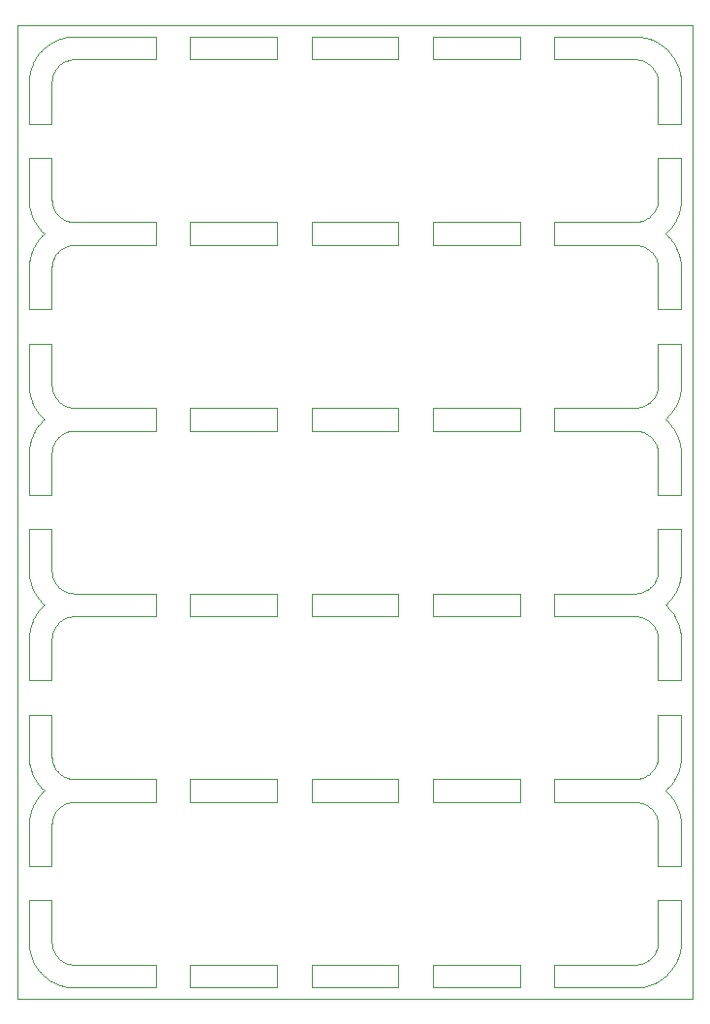
<source format=gbr>
%TF.GenerationSoftware,KiCad,Pcbnew,6.0.5-a6ca702e91~116~ubuntu22.04.1*%
%TF.CreationDate,2022-06-10T16:35:41-05:00*%
%TF.ProjectId,panel,70616e65-6c2e-46b6-9963-61645f706362,rev?*%
%TF.SameCoordinates,Original*%
%TF.FileFunction,Profile,NP*%
%FSLAX46Y46*%
G04 Gerber Fmt 4.6, Leading zero omitted, Abs format (unit mm)*
G04 Created by KiCad (PCBNEW 6.0.5-a6ca702e91~116~ubuntu22.04.1) date 2022-06-10 16:35:41*
%MOMM*%
%LPD*%
G01*
G04 APERTURE LIST*
%TA.AperFunction,Profile*%
%ADD10C,0.100000*%
%TD*%
G04 APERTURE END LIST*
D10*
X19435425Y-32147980D02*
X19532612Y-32173185D01*
X16000705Y-84812372D02*
X16003639Y-84711084D01*
X16583973Y-66577543D02*
X16637386Y-66492539D01*
X16114429Y-96086699D02*
X16091563Y-95987981D01*
X16230146Y-64025046D02*
X16197410Y-63929148D01*
X16118462Y-67689773D02*
X16143978Y-67592678D01*
X18000691Y-36147623D02*
X18000212Y-39837000D01*
X71782510Y-33368996D02*
X71855309Y-33441794D01*
X69377353Y-50489592D02*
X69276015Y-50471430D01*
X16197410Y-31481148D02*
X16167392Y-31385339D01*
X72481312Y-97063232D02*
X72428780Y-97153808D01*
X18896953Y-34546583D02*
X18814347Y-34603635D01*
X69954452Y-50703322D02*
X69863199Y-50655656D01*
X72927361Y-51718116D02*
X72945524Y-51819454D01*
X70242516Y-80444786D02*
X70323705Y-80375719D01*
X70510119Y-34932405D02*
X70441101Y-34856013D01*
X19443155Y-18074017D02*
X19347258Y-18103723D01*
X72315706Y-32436287D02*
X72255159Y-32524014D01*
X37700131Y-16001275D02*
X37700131Y-18001275D01*
X70212120Y-50873138D02*
X70129137Y-50812203D01*
X18000287Y-62740401D02*
X18005332Y-62840677D01*
X70725555Y-63657463D02*
X70776601Y-63563888D01*
X16583973Y-34129543D02*
X16637386Y-34044539D01*
X70929917Y-30718819D02*
X70955004Y-30615220D01*
X18030613Y-63039818D02*
X18050784Y-63138173D01*
X16751104Y-17653943D02*
X16811376Y-17572485D01*
X19830071Y-97114875D02*
X19930342Y-97120000D01*
X19540433Y-34273207D02*
X19443155Y-34298017D01*
X72652992Y-34619642D02*
X72692952Y-34712761D01*
X18890177Y-96793192D02*
X18975362Y-96846335D01*
X19638843Y-50477355D02*
X19540433Y-50497207D01*
X70401169Y-31630497D02*
X70474694Y-31553322D01*
X16000327Y-20023950D02*
X16000705Y-19916372D01*
X19443155Y-50522017D02*
X19347258Y-50551723D01*
X73000328Y-95087940D02*
X72996536Y-95250832D01*
X16074633Y-51662661D02*
X16095198Y-51564398D01*
X19630951Y-80865434D02*
X19730189Y-80880677D01*
X72565382Y-83107116D02*
X72610008Y-83198092D01*
X18890177Y-80569192D02*
X18975362Y-80622335D01*
X18890177Y-48121192D02*
X18975362Y-48174335D01*
X18286326Y-16378708D02*
X18378556Y-16336735D01*
X72315706Y-97332287D02*
X72255159Y-97420014D01*
X19532612Y-48397185D02*
X19630951Y-48417434D01*
X16741603Y-48781136D02*
X16684280Y-48698707D01*
X71000328Y-95088000D02*
X71000212Y-91507000D01*
X70907137Y-51871690D02*
X70873838Y-51774271D01*
X16202608Y-34951679D02*
X16235730Y-34855914D01*
X18000212Y-23612000D02*
X16000212Y-23612000D01*
X72580077Y-64428455D02*
X72532357Y-64521656D01*
X16202608Y-83623679D02*
X16235730Y-83527914D01*
X70907137Y-19423690D02*
X70873838Y-19326271D01*
X18000287Y-78964401D02*
X18005332Y-79064677D01*
X72960869Y-19471617D02*
X72973876Y-19573744D01*
X72532357Y-32073656D02*
X72481312Y-32167232D01*
X30100065Y-80895170D02*
X37700131Y-80894550D01*
X17285663Y-33275336D02*
X17342656Y-33224219D01*
X70636115Y-83767177D02*
X70575180Y-83684195D01*
X72428780Y-48481808D02*
X72372907Y-48572584D01*
X16139556Y-79959906D02*
X16114429Y-79862699D01*
X71000115Y-56060000D02*
X71000000Y-52482000D01*
X40700131Y-80894305D02*
X48300196Y-80893685D01*
X71372226Y-98322604D02*
X71287395Y-98383983D01*
X72846437Y-47514616D02*
X72815962Y-47616759D01*
X16483213Y-34304281D02*
X16532252Y-34216681D01*
X69769648Y-66836673D02*
X69674041Y-66798483D01*
X69276015Y-18023430D02*
X69173888Y-18010424D01*
X71000115Y-23612000D02*
X71000000Y-20032000D01*
X18388475Y-51250428D02*
X18330825Y-51332617D01*
X70153946Y-98940338D02*
X70051683Y-98970411D01*
X72652992Y-83291642D02*
X72692952Y-83384761D01*
X70474694Y-64001322D02*
X70544080Y-63920404D01*
X19063128Y-48223095D02*
X19153252Y-48267347D01*
X71994141Y-17367630D02*
X72060146Y-17444516D01*
X18030613Y-46815818D02*
X18050784Y-46914173D01*
X16992344Y-97769022D02*
X16926975Y-97692815D01*
X16056395Y-67986338D02*
X16074633Y-67886661D01*
X18052785Y-68198096D02*
X18032220Y-68296360D01*
X18052785Y-51974096D02*
X18032220Y-52072360D01*
X72187232Y-17604435D02*
X72248168Y-17687418D01*
X71057757Y-16584000D02*
X71143751Y-16637600D01*
X69885089Y-32003904D02*
X69978864Y-31953227D01*
X18016658Y-84619539D02*
X18006140Y-84719378D01*
X72945524Y-68043454D02*
X72960869Y-68143617D01*
X71624242Y-49446926D02*
X71709066Y-49523182D01*
X72128392Y-97589042D02*
X72062337Y-97670285D01*
X48300196Y-99121157D02*
X40700131Y-99120847D01*
X19153252Y-64491347D02*
X19245501Y-64530978D01*
X30100065Y-66672000D02*
X30100065Y-64672000D01*
X18183835Y-35371194D02*
X18143910Y-35463306D01*
X70323705Y-47927719D02*
X70401169Y-47854497D01*
X18585313Y-67246815D02*
X18515882Y-67319328D01*
X16002814Y-95288895D02*
X16000296Y-95194374D01*
X18450213Y-18723263D02*
X18388475Y-18802428D01*
X69173170Y-80885264D02*
X69278878Y-80871559D01*
X16027666Y-68185989D02*
X16040833Y-68085517D01*
X71709066Y-81971182D02*
X71782510Y-82040996D01*
X16342087Y-80529610D02*
X16302530Y-80437329D01*
X37700131Y-66672000D02*
X30100065Y-66672000D01*
X16003639Y-52263084D02*
X16009087Y-52162839D01*
X16053555Y-95789877D02*
X16038391Y-95690627D01*
X16017148Y-68285829D02*
X16027666Y-68185989D01*
X70822679Y-79691769D02*
X70863664Y-79593371D01*
X18108702Y-68005322D02*
X18078301Y-68101001D01*
X16230146Y-31577046D02*
X16197410Y-31481148D01*
X72996536Y-79026832D02*
X72990850Y-79131385D01*
X16000115Y-26612000D02*
X18000115Y-26612000D01*
X18140762Y-47201355D02*
X18180319Y-47293636D01*
X72996536Y-95250832D02*
X72990850Y-95355385D01*
X71697562Y-33157169D02*
X71624242Y-33222926D01*
X18050784Y-63138173D02*
X18075911Y-63235379D01*
X69528679Y-16039454D02*
X69628842Y-16054797D01*
X71782510Y-49592996D02*
X71855309Y-49665794D01*
X72428780Y-97153808D02*
X72372907Y-97244584D01*
X69885089Y-96899904D02*
X69978864Y-96849227D01*
X18510381Y-31570884D02*
X18579525Y-31643682D01*
X70899443Y-95716962D02*
X70929917Y-95614819D01*
X72187232Y-82500435D02*
X72248168Y-82583418D01*
X16139556Y-31287906D02*
X16114429Y-31190699D01*
X16000705Y-52364372D02*
X16003639Y-52263084D01*
X72991945Y-52225211D02*
X72997247Y-52333625D01*
X69173170Y-48437264D02*
X69278878Y-48423559D01*
X16532252Y-50440681D02*
X16583973Y-50353543D01*
X40700131Y-34222846D02*
X40700131Y-33223000D01*
X72991945Y-36001211D02*
X72997188Y-36106991D01*
X71697562Y-65605169D02*
X71624242Y-65670926D01*
X71992952Y-49079203D02*
X71922736Y-49156878D01*
X72668931Y-80460765D02*
X72626155Y-80556336D01*
X69173888Y-66682424D02*
X69071232Y-66674607D01*
X70451967Y-98835461D02*
X70354140Y-98872793D01*
X72747632Y-80264687D02*
X72709916Y-80362366D01*
X18890177Y-31897192D02*
X18975362Y-31950335D01*
X71143751Y-16637600D02*
X71229714Y-16694254D01*
X70792664Y-84033114D02*
X70744997Y-83941861D01*
X16118462Y-19017773D02*
X16143978Y-18920678D01*
X70320905Y-16233980D02*
X70415929Y-16269173D01*
X17071306Y-33488143D02*
X17140737Y-33415630D01*
X19245501Y-64530978D02*
X19339640Y-64565885D01*
X18330825Y-35108617D02*
X18277413Y-35193622D01*
X70955004Y-95511220D02*
X70974635Y-95406451D01*
X71287395Y-98383983D02*
X71199431Y-98444185D01*
X16637386Y-17820539D02*
X16693454Y-17736133D01*
X71475997Y-16875101D02*
X71555787Y-16940161D01*
X72125206Y-49972305D02*
X72187232Y-50052435D01*
X17060245Y-49172238D02*
X16992344Y-49097022D01*
X18734737Y-34664797D02*
X18658327Y-34729913D01*
X18006140Y-84719378D02*
X18000691Y-84819623D01*
X70510119Y-83604405D02*
X70441101Y-83528013D01*
X69788790Y-48273605D02*
X69885089Y-48227904D01*
X16575477Y-80976849D02*
X16524107Y-80889504D01*
X71000212Y-91507000D02*
X73000212Y-91507000D01*
X70157823Y-31837509D02*
X70242516Y-31772786D01*
X16475417Y-80801698D02*
X16428537Y-80711863D01*
X70636115Y-67543177D02*
X70575180Y-67460195D01*
X68968231Y-16000000D02*
X69121883Y-16003248D01*
X18326264Y-80004828D02*
X18383587Y-80087257D01*
X72766336Y-51127392D02*
X72799635Y-51224810D01*
X16000115Y-75284000D02*
X18000115Y-75284000D01*
X16873114Y-66165321D02*
X16937434Y-66087021D01*
X72692952Y-67160761D02*
X72731143Y-67256368D01*
X17273756Y-33161920D02*
X17201013Y-33092717D01*
X40700131Y-50450306D02*
X40700131Y-48449694D01*
X71624242Y-81894926D02*
X71709066Y-81971182D01*
X72799635Y-67448810D02*
X72829970Y-67545495D01*
X70126802Y-16170348D02*
X70223486Y-16200682D01*
X16230146Y-80249046D02*
X16197410Y-80153148D01*
X16684280Y-97370707D02*
X16628552Y-97286075D01*
X72906963Y-19170859D02*
X72927361Y-19270116D01*
X19227576Y-99048334D02*
X19129238Y-99028085D01*
X18896953Y-50770583D02*
X18814347Y-50827635D01*
X69121883Y-16003248D02*
X69223084Y-16008380D01*
X69690231Y-48314203D02*
X69788790Y-48273605D01*
X69477641Y-18064864D02*
X69377353Y-18041592D01*
X71994141Y-82263630D02*
X72060146Y-82340516D01*
X19339640Y-80789885D02*
X19435425Y-80819980D01*
X19626946Y-99104533D02*
X19527064Y-99094336D01*
X16628552Y-48614075D02*
X16575477Y-48528849D01*
X19030538Y-99005140D02*
X18933351Y-98979935D01*
X19930261Y-99120000D02*
X19828253Y-99117392D01*
X18658327Y-83401913D02*
X18585313Y-83470815D01*
X72468538Y-34255265D02*
X72517715Y-34343863D01*
X16000115Y-59060000D02*
X18000115Y-59060000D01*
X72982279Y-95461632D02*
X72971129Y-95565745D01*
X72984127Y-35898556D02*
X72991945Y-36001211D01*
X18108702Y-19333322D02*
X18078301Y-19429001D01*
X69576622Y-18093185D02*
X69477641Y-18064864D01*
X18728423Y-48002314D02*
X18807794Y-48063802D01*
X72692952Y-50936761D02*
X72731143Y-51032368D01*
X70441101Y-67304013D02*
X70368302Y-67231215D01*
X71849210Y-81682053D02*
X71775026Y-81755947D01*
X70692769Y-18957140D02*
X70636115Y-18871177D01*
X17003103Y-66011085D02*
X17071306Y-65936143D01*
X18078301Y-84325001D02*
X18052785Y-84422096D01*
X70958732Y-52070958D02*
X70935459Y-51970670D01*
X69278878Y-48423559D02*
X69383724Y-48404340D01*
X70575180Y-18788195D02*
X70510119Y-18708405D01*
X18224499Y-31159795D02*
X18273189Y-31247601D01*
X17273756Y-98057920D02*
X17201013Y-97988717D01*
X72960869Y-35695617D02*
X72973876Y-35797744D01*
X69383724Y-97076340D02*
X69487420Y-97051660D01*
X72873736Y-31189529D02*
X72846437Y-31290616D01*
X72990850Y-46683385D02*
X72982279Y-46789632D01*
X40700131Y-32223152D02*
X48300196Y-32222842D01*
X19638843Y-18029355D02*
X19540433Y-18049207D01*
X19245501Y-80754978D02*
X19339640Y-80789885D01*
X16428537Y-64487863D02*
X16384357Y-64397704D01*
X70863664Y-30921371D02*
X70899443Y-30820962D01*
X18228374Y-35281222D02*
X18183835Y-35371194D01*
X27100065Y-80895415D02*
X27100065Y-82892584D01*
X72565382Y-66883116D02*
X72610008Y-66974092D01*
X61900262Y-16000288D02*
X68968231Y-16000000D01*
X18896953Y-83218583D02*
X18814347Y-83275635D01*
X70835648Y-35454664D02*
X70792664Y-35361114D01*
X58900262Y-50448821D02*
X51300196Y-50449441D01*
X16007859Y-30493170D02*
X16002814Y-30392895D01*
X72372907Y-48572584D02*
X72315706Y-48660287D01*
X18277413Y-18969622D02*
X18228374Y-19057222D01*
X18948885Y-16136055D02*
X19046163Y-16111245D01*
X72481312Y-32167232D02*
X72428780Y-32257808D01*
X16040833Y-51861517D02*
X16056395Y-51762338D01*
X16862971Y-65166256D02*
X16801546Y-65086836D01*
X16801546Y-97534836D02*
X16741603Y-97453136D01*
X18515882Y-67319328D02*
X18450213Y-67395263D01*
X19838046Y-50452720D02*
X19738133Y-50462513D01*
X72532357Y-96969656D02*
X72481312Y-97063232D01*
X72731143Y-67256368D02*
X72766336Y-67351392D01*
X18515882Y-34871328D02*
X18450213Y-34947263D01*
X16926975Y-81468815D02*
X16862971Y-81390256D01*
X16435971Y-83065926D02*
X16483213Y-82976281D01*
X17273756Y-49385920D02*
X17201013Y-49316717D01*
X69071232Y-66674607D02*
X68968313Y-66672000D01*
X27100065Y-99120292D02*
X19930261Y-99120000D01*
X51300196Y-18000720D02*
X51300196Y-16000720D01*
X16071391Y-30993626D02*
X16053555Y-30893877D01*
X19738133Y-34238513D02*
X19638843Y-34253355D01*
X19443155Y-34298017D02*
X19347258Y-34327723D01*
X72125206Y-66196305D02*
X72187232Y-66276435D01*
X16017148Y-19613829D02*
X16027666Y-19513989D01*
X51300196Y-66672000D02*
X51300196Y-64672000D01*
X18363809Y-98776949D02*
X18271749Y-98734605D01*
X72610008Y-66974092D02*
X72652992Y-67067642D01*
X71992952Y-81527203D02*
X71922736Y-81604878D01*
X71619611Y-98123079D02*
X71538422Y-98192146D01*
X19784704Y-16005431D02*
X19939918Y-16002000D01*
X16015512Y-95490212D02*
X16007859Y-95389170D01*
X72999545Y-84889358D02*
X73000115Y-88507000D01*
X70401169Y-96526497D02*
X70474694Y-96449322D01*
X72960869Y-51919617D02*
X72973876Y-52021744D01*
X16172207Y-18823358D02*
X16202608Y-18727679D01*
X70291910Y-18490197D02*
X70212120Y-18425138D01*
X72815962Y-47616759D02*
X72783410Y-47716278D01*
X19153252Y-48267347D02*
X19245501Y-48306978D01*
X72193447Y-81280604D02*
X72128392Y-81365042D01*
X70863664Y-79593371D02*
X70899443Y-79492962D01*
X69769648Y-34388673D02*
X69674041Y-34350483D01*
X70929917Y-63166819D02*
X70955004Y-63063220D01*
X72060146Y-66116516D02*
X72125206Y-66196305D01*
X72766336Y-18679392D02*
X72799635Y-18776810D01*
X18277413Y-51417622D02*
X18228374Y-51505222D01*
X19730189Y-80880677D02*
X19830071Y-80890875D01*
X16532252Y-66664681D02*
X16583973Y-66577543D01*
X30100065Y-64672000D02*
X37700131Y-64672000D01*
X72255159Y-32524014D02*
X72193447Y-32608604D01*
X18383587Y-47639257D02*
X18445012Y-47718677D01*
X72990850Y-30459385D02*
X72982279Y-30565632D01*
X70609135Y-31387966D02*
X70669682Y-31300239D01*
X16811376Y-82468485D02*
X16873114Y-82389321D01*
X72125206Y-82420305D02*
X72187232Y-82500435D01*
X72920794Y-47207554D02*
X72898823Y-47309931D01*
X69173888Y-18010424D02*
X69071232Y-18002607D01*
X70880436Y-16482597D02*
X70969035Y-16531773D01*
X19730189Y-64656677D02*
X19830071Y-64666875D01*
X69690231Y-96986203D02*
X69788790Y-96945605D01*
X17212648Y-17120239D02*
X17285663Y-17051336D01*
X51300196Y-50449441D02*
X51300196Y-48450559D01*
X72481312Y-64615232D02*
X72428780Y-64705808D01*
X19540433Y-50497207D02*
X19443155Y-50522017D01*
X70997719Y-84825079D02*
X70989902Y-84722424D01*
X71624242Y-33222926D02*
X71709066Y-33299182D01*
X72709916Y-64138366D02*
X72668931Y-64236765D01*
X19160590Y-50625503D02*
X19070297Y-50669387D01*
X72990850Y-95355385D02*
X72982279Y-95461632D01*
X19347258Y-34327723D02*
X19252989Y-34362248D01*
X72766336Y-83575392D02*
X72799635Y-83672810D01*
X16053555Y-63341877D02*
X16038391Y-63242627D01*
X69829437Y-16093357D02*
X69929725Y-16116628D01*
X17273756Y-65609920D02*
X17201013Y-65540717D01*
X72996536Y-46578832D02*
X72990850Y-46683385D01*
X16391433Y-34483898D02*
X16435971Y-34393926D01*
X71994141Y-66039630D02*
X72060146Y-66116516D01*
X70051683Y-98970411D02*
X69950490Y-98997313D01*
X72815962Y-31392759D02*
X72783410Y-31492278D01*
X72315706Y-81108287D02*
X72255159Y-81196014D01*
X16197410Y-96377148D02*
X16167392Y-96281339D01*
X72255159Y-97420014D02*
X72193447Y-97504604D01*
X72960869Y-84367617D02*
X72973876Y-84469744D01*
X16003639Y-36039084D02*
X16009087Y-35938839D01*
X72945524Y-51819454D02*
X72960869Y-51919617D01*
X70609135Y-96283966D02*
X70669682Y-96196239D01*
X72996536Y-62802832D02*
X72990850Y-62907385D01*
X16302530Y-80437329D02*
X16264979Y-80343212D01*
X16025629Y-63142102D02*
X16015512Y-63042212D01*
X18456059Y-98816580D02*
X18363809Y-98776949D01*
X70441101Y-34856013D02*
X70368302Y-34783215D01*
X72971129Y-79341745D02*
X72957008Y-79447398D01*
X16435971Y-50617926D02*
X16483213Y-50528281D01*
X16000705Y-68588372D02*
X16003639Y-68487084D01*
X19738133Y-82910513D02*
X19638843Y-82925355D01*
X19070297Y-83117387D02*
X18982343Y-83165789D01*
X16751104Y-33877943D02*
X16811376Y-33796485D01*
X19435425Y-64595980D02*
X19532612Y-64621185D01*
X51300196Y-97121279D02*
X58900262Y-97121589D01*
X16025629Y-30694102D02*
X16015512Y-30594212D01*
X16197410Y-80153148D02*
X16167392Y-80057339D01*
X69885089Y-80675904D02*
X69978864Y-80625227D01*
X16139556Y-96183906D02*
X16114429Y-96086699D01*
X70323705Y-96599719D02*
X70401169Y-96526497D01*
X72906963Y-84066859D02*
X72927361Y-84166116D01*
X70725555Y-31209463D02*
X70776601Y-31115888D01*
X16000212Y-56060000D02*
X16000705Y-52364372D01*
X16027666Y-84409989D02*
X16040833Y-84309517D01*
X16000296Y-62746253D02*
X16000115Y-59060000D01*
X70646264Y-98752463D02*
X70550526Y-98794864D01*
X18734737Y-18440797D02*
X18658327Y-18505913D01*
X72898823Y-47309931D02*
X72873736Y-47413529D01*
X58900262Y-16000410D02*
X58900262Y-18000410D01*
X18000691Y-19923623D02*
X18000212Y-23612000D01*
X71555787Y-16940161D02*
X71632673Y-17006165D01*
X72927361Y-19270116D02*
X72945524Y-19371454D01*
X70354140Y-98872793D02*
X70253592Y-98908177D01*
X16095198Y-35340398D02*
X16118462Y-35241773D01*
X69487420Y-48379660D02*
X69589683Y-48349586D01*
X70212120Y-34649138D02*
X70129137Y-34588203D01*
X69769648Y-50612673D02*
X69674041Y-50574483D01*
X72652992Y-50843642D02*
X72692952Y-50936761D01*
X16428537Y-32039863D02*
X16384357Y-31949704D01*
X72248168Y-50135418D02*
X72306055Y-50218587D01*
X16040833Y-35637517D02*
X16056395Y-35538338D01*
X18445012Y-31494677D02*
X18510381Y-31570884D01*
X70368302Y-51007215D02*
X70291910Y-50938197D01*
X18585313Y-34798815D02*
X18515882Y-34871328D01*
X16575477Y-64752849D02*
X16524107Y-64665504D01*
X72580077Y-80652455D02*
X72532357Y-80745656D01*
X40700131Y-99120847D02*
X40700131Y-97120847D01*
X61900262Y-48451424D02*
X68960000Y-48452000D01*
X18000115Y-26612000D02*
X18000287Y-30292401D01*
X27100065Y-16001707D02*
X27100065Y-18001707D01*
X16139556Y-63735906D02*
X16114429Y-63638699D01*
X72873736Y-47413529D02*
X72846437Y-47514616D01*
X19063128Y-96895095D02*
X19153252Y-96939347D01*
X69383724Y-64628340D02*
X69487420Y-64603660D01*
X18565193Y-16260234D02*
X18659462Y-16225709D01*
X18659462Y-16225709D02*
X18755465Y-16193283D01*
X18005332Y-95288677D02*
X18015449Y-95388567D01*
X18005332Y-62840677D02*
X18015449Y-62940567D01*
X72731143Y-83480368D02*
X72766336Y-83575392D01*
X16483213Y-82976281D02*
X16532252Y-82888681D01*
X69377353Y-82937592D02*
X69276015Y-82919430D01*
X18091828Y-98643401D02*
X18004061Y-98594641D01*
X61900262Y-66672000D02*
X61900262Y-64672000D01*
X70776601Y-96011888D02*
X70822679Y-95915769D01*
X16202608Y-51175679D02*
X16235730Y-51079914D01*
X70510119Y-18708405D02*
X70441101Y-18632013D01*
X71782510Y-65816996D02*
X71855309Y-65889794D01*
X16091563Y-31091981D02*
X16071391Y-30993626D01*
X48300196Y-34223156D02*
X40700131Y-34222846D01*
X72940425Y-79550784D02*
X72920794Y-79655554D01*
X16475417Y-32129698D02*
X16428537Y-32039863D01*
X16302530Y-64213329D02*
X16264979Y-64119212D01*
X18982343Y-83165789D02*
X18896953Y-83218583D01*
X30100065Y-50451171D02*
X30100065Y-48448829D01*
X70725555Y-47433463D02*
X70776601Y-47339888D01*
X16873114Y-33717321D02*
X16937434Y-33639021D01*
X70368302Y-83455215D02*
X70291910Y-83386197D01*
X70223486Y-16200682D02*
X70320905Y-16233980D01*
X70822679Y-95915769D02*
X70863664Y-95817371D01*
X17361098Y-16983679D02*
X17437508Y-16918563D01*
X72920794Y-79655554D02*
X72898823Y-79757931D01*
X19245501Y-32082978D02*
X19339640Y-32117885D01*
X18326264Y-63780828D02*
X18383587Y-63863257D01*
X69276015Y-34247430D02*
X69173888Y-34234424D01*
X18807794Y-64287802D02*
X18890177Y-64345192D01*
X72532357Y-48297656D02*
X72481312Y-48391232D01*
X70157823Y-48061509D02*
X70242516Y-47996786D01*
X18740155Y-98921926D02*
X18644284Y-98889113D01*
X18032220Y-19624360D02*
X18016658Y-19723539D01*
X16937434Y-33639021D02*
X17003103Y-33563085D01*
X70669682Y-63748239D02*
X70725555Y-63657463D01*
X19435425Y-97043980D02*
X19532612Y-97069185D01*
X70997328Y-30298550D02*
X71000328Y-30192000D01*
X18896953Y-66994583D02*
X18814347Y-67051635D01*
X17201013Y-65540717D02*
X17129389Y-65469036D01*
X72306055Y-66442587D02*
X72362710Y-66528549D01*
X70792664Y-35361114D02*
X70744997Y-35269861D01*
X70989902Y-52274424D02*
X70976895Y-52172296D01*
X70955004Y-30615220D02*
X70974635Y-30510451D01*
X48300196Y-32222842D02*
X48300196Y-34223156D01*
X17503580Y-98255377D02*
X17425072Y-98191310D01*
X16741603Y-65005136D02*
X16684280Y-64922707D01*
X72927361Y-84166116D02*
X72945524Y-84267454D01*
X58900262Y-32222410D02*
X58900262Y-34223589D01*
X16475417Y-97025698D02*
X16428537Y-96935863D01*
X17060245Y-97844238D02*
X16992344Y-97769022D01*
X70989902Y-68498424D02*
X70976895Y-68396296D01*
X16056395Y-84210338D02*
X16074633Y-84110661D01*
X16040833Y-19413517D02*
X16056395Y-19314338D01*
X18006140Y-19823378D02*
X18000691Y-19923623D01*
X16524107Y-48441504D02*
X16475417Y-48353698D01*
X18078301Y-19429001D02*
X18052785Y-19526096D01*
X71020509Y-98556557D02*
X70929727Y-98608732D01*
X73000212Y-91507000D02*
X73000328Y-95087940D01*
X72971129Y-63117745D02*
X72957008Y-63223398D01*
X16384357Y-48173704D02*
X16342087Y-48081610D01*
X70027821Y-16142027D02*
X70126802Y-16170348D01*
X70907137Y-35647690D02*
X70873838Y-35550271D01*
X16000212Y-72284000D02*
X16000705Y-68588372D01*
X70544080Y-63920404D02*
X70609135Y-63835966D01*
X18052785Y-84422096D02*
X18032220Y-84520360D01*
X61900262Y-18000288D02*
X61900262Y-16000288D01*
X18180319Y-95965636D02*
X18224499Y-96055795D01*
X69788790Y-64497605D02*
X69885089Y-64451904D01*
X72060146Y-82340516D02*
X72125206Y-82420305D01*
X69978864Y-96849227D02*
X70069858Y-96793711D01*
X69278878Y-80871559D02*
X69383724Y-80852340D01*
X70929917Y-46942819D02*
X70955004Y-46839220D01*
X68960000Y-97122000D02*
X69066890Y-97117419D01*
X73000212Y-75284000D02*
X72999536Y-78920281D01*
X69674041Y-34350483D02*
X69576622Y-34317185D01*
X71855309Y-82113794D02*
X71925123Y-82187238D01*
X19532612Y-32173185D02*
X19630951Y-32193434D01*
X16114429Y-47414699D02*
X16091563Y-47315981D01*
X16007859Y-62941170D02*
X16002814Y-62840895D01*
X16342087Y-31857610D02*
X16302530Y-31765329D01*
X17212648Y-49568239D02*
X17285663Y-49499336D01*
X68968313Y-50448000D02*
X61900262Y-50448576D01*
X70989902Y-19826424D02*
X70976895Y-19724296D01*
X18652268Y-64160885D02*
X18728423Y-64226314D01*
X16091563Y-79763981D02*
X16071391Y-79665626D01*
X72468538Y-18031265D02*
X72517715Y-18119863D01*
X72883691Y-35294571D02*
X72906963Y-35394859D01*
X72062337Y-81446285D02*
X71992952Y-81527203D01*
X16937434Y-49863021D02*
X17003103Y-49787085D01*
X16118462Y-35241773D02*
X16143978Y-35144678D01*
X17129389Y-33021036D02*
X17060245Y-32948238D01*
X16025629Y-79366102D02*
X16015512Y-79266212D01*
X16348792Y-18351821D02*
X16391433Y-18259898D01*
X16056395Y-51762338D02*
X16074633Y-51662661D01*
X18143910Y-67911306D02*
X18108702Y-68005322D01*
X72982279Y-79237632D02*
X72971129Y-79341745D01*
X16015512Y-30594212D02*
X16007859Y-30493170D01*
X18807794Y-31839802D02*
X18890177Y-31897192D01*
X72362710Y-66528549D02*
X72416311Y-66614543D01*
X72883691Y-83966571D02*
X72906963Y-84066859D01*
X18105929Y-63331189D02*
X18140762Y-63425355D01*
X18183835Y-67819194D02*
X18143910Y-67911306D01*
X18658327Y-18505913D02*
X18585313Y-18574815D01*
X27100065Y-34222292D02*
X19940000Y-34222000D01*
X72416311Y-50390543D02*
X72468538Y-50479265D01*
X72416311Y-82838543D02*
X72468538Y-82927265D01*
X19129238Y-99028085D02*
X19030538Y-99005140D01*
X69487420Y-64603660D02*
X69589683Y-64573586D01*
X71000212Y-59060000D02*
X73000212Y-59060000D01*
X16114429Y-79862699D02*
X16091563Y-79763981D01*
X16007859Y-95389170D02*
X16002814Y-95288895D01*
X72984127Y-19674556D02*
X72991945Y-19777211D01*
X16693454Y-66408133D02*
X16751104Y-66325943D01*
X70692769Y-51405140D02*
X70636115Y-51319177D01*
X70789183Y-16434931D02*
X70880436Y-16482597D01*
X70792664Y-19137114D02*
X70744997Y-19045861D01*
X70043174Y-34531549D02*
X69954452Y-34479322D01*
X69576622Y-66765185D02*
X69477641Y-66736864D01*
X18030613Y-30591818D02*
X18050784Y-30690173D01*
X16992344Y-81545022D02*
X16926975Y-81468815D01*
X58900262Y-99121589D02*
X51300196Y-99121279D01*
X72799635Y-18776810D02*
X72829970Y-18873495D01*
X70935459Y-84418670D02*
X70907137Y-84319690D01*
X72973876Y-52021744D02*
X72984127Y-52122556D01*
X51300196Y-34223279D02*
X51300196Y-32222720D01*
X16270938Y-50985898D02*
X16308867Y-50891933D01*
X18579525Y-31643682D02*
X18652268Y-31712885D01*
X16348792Y-50799821D02*
X16391433Y-50707898D01*
X17342656Y-65672219D02*
X17273756Y-65609920D01*
X18814347Y-67051635D02*
X18734737Y-67112797D01*
X18326264Y-96228828D02*
X18383587Y-96311257D01*
X69978864Y-31953227D02*
X70069858Y-31897711D01*
X19252989Y-18138248D02*
X19160590Y-18177503D01*
X18006140Y-52271378D02*
X18000691Y-52371623D01*
X72187232Y-50052435D02*
X72248168Y-50135418D01*
X72960869Y-68143617D02*
X72973876Y-68245744D01*
X70069858Y-64345711D02*
X70157823Y-64285509D01*
X19638843Y-34253355D02*
X19540433Y-34273207D01*
X71925123Y-49739238D02*
X71994141Y-49815630D01*
X16483213Y-50528281D02*
X16532252Y-50440681D01*
X72652992Y-18395642D02*
X72692952Y-18488761D01*
X48300196Y-48450314D02*
X48300196Y-50449686D01*
X16926975Y-32796815D02*
X16862971Y-32718256D01*
X16202608Y-18727679D02*
X16235730Y-18631914D01*
X72709916Y-31690366D02*
X72668931Y-31788765D01*
X16270938Y-67209898D02*
X16308867Y-67115933D01*
X72565382Y-50659116D02*
X72610008Y-50750092D01*
X18196034Y-16422592D02*
X18286326Y-16378708D01*
X72731143Y-18584368D02*
X72766336Y-18679392D01*
X18728423Y-64226314D02*
X18807794Y-64287802D01*
X16025629Y-95590102D02*
X16015512Y-95490212D01*
X70899443Y-30820962D02*
X70929917Y-30718819D01*
X16167392Y-47609339D02*
X16139556Y-47511906D01*
X72610008Y-18302092D02*
X72652992Y-18395642D01*
X71925123Y-82187238D02*
X71994141Y-82263630D01*
X18652268Y-47936885D02*
X18728423Y-48002314D01*
X70636115Y-18871177D02*
X70575180Y-18788195D01*
X70609135Y-63835966D02*
X70669682Y-63748239D01*
X19347258Y-66775723D02*
X19252989Y-66810248D01*
X72799635Y-51224810D02*
X72829970Y-51321495D01*
X69788790Y-32049605D02*
X69885089Y-32003904D01*
X71697562Y-49381169D02*
X71624242Y-49446926D01*
X18728423Y-96674314D02*
X18807794Y-96735802D01*
X71709066Y-49523182D02*
X71782510Y-49592996D01*
X61900262Y-34223711D02*
X61900262Y-32222287D01*
X70822679Y-63467769D02*
X70863664Y-63369371D01*
X18585313Y-83470815D02*
X18515882Y-83543328D01*
X68968313Y-34224000D02*
X61900262Y-34223711D01*
X72315706Y-48660287D02*
X72255159Y-48748014D01*
X69788790Y-96945605D02*
X69885089Y-96899904D01*
X71855309Y-65889794D02*
X71925123Y-65963238D01*
X18273189Y-96143601D02*
X18326264Y-96228828D01*
X70609135Y-47611966D02*
X70669682Y-47524239D01*
X30100065Y-82892828D02*
X30100065Y-80895170D01*
X72920794Y-95879554D02*
X72898823Y-95981931D01*
X16435971Y-66841926D02*
X16483213Y-66752281D01*
X72957008Y-30775398D02*
X72940425Y-30878784D01*
X71229714Y-16694254D02*
X71312883Y-16752141D01*
X69769648Y-83060673D02*
X69674041Y-83022483D01*
X70692769Y-67629140D02*
X70636115Y-67543177D01*
X70929917Y-95614819D02*
X70955004Y-95511220D01*
X72971129Y-46893745D02*
X72957008Y-46999398D01*
X72815962Y-63840759D02*
X72783410Y-63940278D01*
X30100065Y-32223585D02*
X37700131Y-32223275D01*
X69430327Y-99092663D02*
X69326172Y-99103403D01*
X16435971Y-18169926D02*
X16483213Y-18080281D01*
X69885089Y-64451904D02*
X69978864Y-64401227D01*
X70974635Y-30510451D02*
X70988756Y-30404797D01*
X18579525Y-47867682D02*
X18652268Y-47936885D01*
X16862971Y-81390256D02*
X16801546Y-81310836D01*
X18277413Y-83865622D02*
X18228374Y-83953222D01*
X16007859Y-46717170D02*
X16002814Y-46616895D01*
X19532612Y-97069185D02*
X19630951Y-97089434D01*
X16071391Y-79665626D02*
X16053555Y-79565877D01*
X19435425Y-80819980D02*
X19532612Y-80845185D01*
X16342087Y-64305610D02*
X16302530Y-64213329D01*
X69487420Y-97051660D02*
X69589683Y-97021586D01*
X16056395Y-35538338D02*
X16074633Y-35438661D01*
X70069858Y-48121711D02*
X70157823Y-48061509D01*
X16002814Y-62840895D02*
X16000296Y-62746253D01*
X70958732Y-68294958D02*
X70935459Y-68194670D01*
X70415929Y-16269173D02*
X70511537Y-16307362D01*
X16074633Y-35438661D02*
X16095198Y-35340398D01*
X70935459Y-51970670D02*
X70907137Y-51871690D01*
X16235730Y-51079914D02*
X16270938Y-50985898D01*
X48300196Y-18000843D02*
X40700131Y-18001153D01*
X18015449Y-30492567D02*
X18030613Y-30591818D01*
X70822679Y-31019769D02*
X70863664Y-30921371D01*
X72125206Y-33748305D02*
X72187232Y-33828435D01*
X16167392Y-31385339D02*
X16139556Y-31287906D01*
X16003639Y-84711084D02*
X16009087Y-84610839D01*
X69639486Y-99062781D02*
X69536035Y-99078957D01*
X69576622Y-82989185D02*
X69477641Y-82960864D01*
X70129137Y-34588203D02*
X70043174Y-34531549D01*
X71992952Y-65303203D02*
X71922736Y-65380878D01*
X18383587Y-80087257D02*
X18445012Y-80166677D01*
X19642938Y-16014259D02*
X19784704Y-16005431D01*
X70242516Y-96668786D02*
X70323705Y-96599719D01*
X40700131Y-16001153D02*
X48300196Y-16000843D01*
X69576622Y-50541185D02*
X69477641Y-50512864D01*
X51300196Y-64672000D02*
X58900262Y-64672000D01*
X72315706Y-64884287D02*
X72255159Y-64972014D01*
X70323705Y-64151719D02*
X70401169Y-64078497D01*
X17348918Y-98125881D02*
X17273756Y-98057920D01*
X69863199Y-18207656D02*
X69769648Y-18164673D01*
X70863664Y-95817371D02*
X70899443Y-95716962D01*
X16873114Y-49941321D02*
X16937434Y-49863021D01*
X71709066Y-17075182D02*
X71782510Y-17144996D01*
X70776601Y-79787888D02*
X70822679Y-79691769D01*
X19160590Y-18177503D02*
X19070297Y-18221387D01*
X72692952Y-18488761D02*
X72731143Y-18584368D01*
X16167392Y-80057339D02*
X16139556Y-79959906D01*
X69576622Y-34317185D02*
X69477641Y-34288864D01*
X70997719Y-52377079D02*
X70989902Y-52274424D01*
X70043174Y-83203549D02*
X69954452Y-83151322D01*
X19252989Y-34362248D02*
X19160590Y-34401503D01*
X16027666Y-19513989D02*
X16040833Y-19413517D01*
X70129137Y-18364203D02*
X70043174Y-18307549D01*
X40700131Y-82893693D02*
X40700131Y-80894305D01*
X37700131Y-80894550D02*
X37700131Y-82893448D01*
X71994141Y-49815630D02*
X72060146Y-49892516D01*
X72747632Y-64040687D02*
X72709916Y-64138366D01*
X70242516Y-47996786D02*
X70323705Y-47927719D01*
X18515882Y-51095328D02*
X18450213Y-51171263D01*
X72532357Y-80745656D02*
X72481312Y-80839232D01*
X70744997Y-67717861D02*
X70692769Y-67629140D01*
X69477641Y-82960864D02*
X69377353Y-82937592D01*
X70510119Y-67380405D02*
X70441101Y-67304013D01*
X18032220Y-68296360D02*
X18016658Y-68395539D01*
X18183835Y-84043194D02*
X18143910Y-84135306D01*
X72846437Y-63738616D02*
X72815962Y-63840759D01*
X17285663Y-65723336D02*
X17342656Y-65672219D01*
X70988756Y-95300797D02*
X70997328Y-95194550D01*
X18273189Y-47471601D02*
X18326264Y-47556828D01*
X70129137Y-67036203D02*
X70043174Y-66979549D01*
X17831573Y-98490058D02*
X17746986Y-98434263D01*
X69589683Y-64573586D02*
X69690231Y-64538203D01*
X70776601Y-47339888D02*
X70822679Y-47243769D01*
X16532252Y-34216681D02*
X16583973Y-34129543D01*
X18658327Y-34729913D02*
X18585313Y-34798815D01*
X72971129Y-30669745D02*
X72957008Y-30775398D01*
X16235730Y-34855914D02*
X16270938Y-34761898D01*
X69477641Y-34288864D02*
X69377353Y-34265592D01*
X72731143Y-51032368D02*
X72766336Y-51127392D01*
X70511537Y-16307362D02*
X70604656Y-16347323D01*
X19730189Y-97104677D02*
X19830071Y-97114875D01*
X18450213Y-83619263D02*
X18388475Y-83698428D01*
X16684280Y-81146707D02*
X16628552Y-81062075D01*
X27100065Y-97120292D02*
X27100065Y-99120292D01*
X72858292Y-35196475D02*
X72883691Y-35294571D01*
X72957008Y-63223398D02*
X72940425Y-63326784D01*
X16684280Y-64922707D02*
X16628552Y-64838075D01*
X72766336Y-34903392D02*
X72799635Y-35000810D01*
X72565382Y-34435116D02*
X72610008Y-34526092D01*
X17285663Y-81947336D02*
X17342656Y-81896219D01*
X70474694Y-96449322D02*
X70544080Y-96368404D01*
X69589683Y-32125586D02*
X69690231Y-32090203D01*
X16114429Y-63638699D02*
X16091563Y-63539981D01*
X58900262Y-66672000D02*
X51300196Y-66672000D01*
X72306055Y-82666587D02*
X72362710Y-82752549D01*
X17342656Y-49448219D02*
X17273756Y-49385920D01*
X72481312Y-48391232D02*
X72428780Y-48481808D01*
X18330825Y-51332617D02*
X18277413Y-51417622D01*
X18814347Y-18379635D02*
X18734737Y-18440797D01*
X70401169Y-47854497D02*
X70474694Y-47777322D01*
X19940000Y-66672000D02*
X19838046Y-66676720D01*
X70636115Y-35095177D02*
X70575180Y-35012195D01*
X69954452Y-34479322D02*
X69863199Y-34431656D01*
X69223084Y-16008380D02*
X69325740Y-16016197D01*
X72973876Y-19573744D02*
X72984127Y-19674556D01*
X18143910Y-51687306D02*
X18108702Y-51781322D01*
X70899443Y-79492962D02*
X70929917Y-79390819D01*
X17845194Y-16621466D02*
X17930583Y-16568671D01*
X18896953Y-18322583D02*
X18814347Y-18379635D01*
X72306055Y-17770587D02*
X72362710Y-17856549D01*
X19543025Y-16024053D02*
X19642938Y-16014259D01*
X17129389Y-65469036D02*
X17060245Y-65396238D01*
X19063128Y-80671095D02*
X19153252Y-80715347D01*
X18273189Y-63695601D02*
X18326264Y-63780828D01*
X16000212Y-88507000D02*
X16000705Y-84812372D01*
X69744332Y-99043561D02*
X69639486Y-99062781D01*
X18445012Y-63942677D02*
X18510381Y-64018884D01*
X18016658Y-19723539D02*
X18006140Y-19823378D01*
X16197410Y-47705148D02*
X16167392Y-47609339D01*
X61900262Y-82895423D02*
X61900262Y-80892575D01*
X16038391Y-30794627D02*
X16025629Y-30694102D01*
X19940000Y-34222000D02*
X19838046Y-34228720D01*
X19830071Y-80890875D02*
X19930342Y-80896000D01*
X71782510Y-17144996D02*
X71855309Y-17217794D01*
X18183835Y-51595194D02*
X18143910Y-51687306D01*
X16172207Y-35047358D02*
X16202608Y-34951679D01*
X16524107Y-97113504D02*
X16475417Y-97025698D01*
X72999489Y-68656824D02*
X73000115Y-72284000D01*
X16524107Y-32217504D02*
X16475417Y-32129698D01*
X19160590Y-34401503D02*
X19070297Y-34445387D01*
X69477641Y-66736864D02*
X69377353Y-66713592D01*
X17930583Y-16568671D02*
X18018094Y-16517584D01*
X72799635Y-35000810D02*
X72829970Y-35097495D01*
X51300196Y-16000720D02*
X58900262Y-16000410D01*
X71000328Y-46416000D02*
X71000212Y-42837000D01*
X70043174Y-18307549D02*
X69954452Y-18255322D01*
X16302530Y-31765329D02*
X16264979Y-31671212D01*
X70835648Y-67902664D02*
X70792664Y-67809114D01*
X16118462Y-51465773D02*
X16143978Y-51368678D01*
X70835648Y-19230664D02*
X70792664Y-19137114D01*
X16308867Y-34667933D02*
X16348792Y-34575821D01*
X69071232Y-50450607D02*
X68968313Y-50448000D01*
X72999527Y-52438546D02*
X73000115Y-56060000D01*
X72783410Y-31492278D02*
X72747632Y-31592687D01*
X70129137Y-83260203D02*
X70043174Y-83203549D01*
X19063128Y-31999095D02*
X19153252Y-32043347D01*
X72940425Y-95774784D02*
X72920794Y-95879554D01*
X71925123Y-33515238D02*
X71994141Y-33591630D01*
X16873114Y-82389321D02*
X16937434Y-82311021D01*
X16027666Y-51961989D02*
X16040833Y-51861517D01*
X72668931Y-48012765D02*
X72626155Y-48108336D01*
X19532612Y-64621185D02*
X19630951Y-64641434D01*
X72416311Y-17942543D02*
X72468538Y-18031265D01*
X16308867Y-83339933D02*
X16348792Y-83247821D01*
X16483213Y-18080281D02*
X16532252Y-17992681D01*
X18140762Y-95873355D02*
X18180319Y-95965636D01*
X70776601Y-63563888D02*
X70822679Y-63467769D01*
X72898823Y-95981931D02*
X72873736Y-96085529D01*
X30100065Y-18001585D02*
X30100065Y-16001585D01*
X72128392Y-48917042D02*
X72062337Y-48998285D01*
X17342656Y-33224219D02*
X17273756Y-33161920D01*
X72873736Y-63637529D02*
X72846437Y-63738616D01*
X70242516Y-31772786D02*
X70323705Y-31703719D01*
X19940000Y-18002000D02*
X19838046Y-18004720D01*
X19070297Y-18221387D02*
X18982343Y-18269789D01*
X72783410Y-80164278D02*
X72747632Y-80264687D01*
X73000115Y-23612000D02*
X71000115Y-23612000D01*
X27100065Y-32223707D02*
X27100065Y-34222292D01*
X70873838Y-67998271D02*
X70835648Y-67902664D01*
X18510381Y-96466884D02*
X18579525Y-96539682D01*
X16937434Y-17415021D02*
X17003103Y-17339085D01*
X16091563Y-95987981D02*
X16071391Y-95889626D01*
X72532357Y-64521656D02*
X72481312Y-64615232D01*
X18143910Y-35463306D02*
X18108702Y-35557322D01*
X18652268Y-31712885D02*
X18728423Y-31778314D01*
X18030613Y-79263818D02*
X18050784Y-79362173D01*
X72372907Y-32348584D02*
X72315706Y-32436287D01*
X18006140Y-36047378D02*
X18000691Y-36147623D01*
X19243364Y-16068846D02*
X19343170Y-16051331D01*
X72957008Y-46999398D02*
X72940425Y-47102784D01*
X72999536Y-78920281D02*
X72996536Y-79026832D01*
X71925123Y-17291238D02*
X71994141Y-17367630D01*
X72668931Y-64236765D02*
X72626155Y-64332336D01*
X72060146Y-17444516D02*
X72125206Y-17524305D01*
X16348792Y-67023821D02*
X16391433Y-66931898D01*
X70212120Y-83321138D02*
X70129137Y-83260203D01*
X73000212Y-42837000D02*
X72999536Y-46472281D01*
X72898823Y-31085931D02*
X72873736Y-31189529D01*
X70129137Y-50812203D02*
X70043174Y-50755549D01*
X70744997Y-83941861D02*
X70692769Y-83853140D01*
X70929727Y-98608732D02*
X70835952Y-98659410D01*
X16811376Y-66244485D02*
X16873114Y-66165321D01*
X71849210Y-49234053D02*
X71775026Y-49307947D01*
X16308867Y-18443933D02*
X16348792Y-18351821D01*
X16017148Y-52061829D02*
X16027666Y-51961989D01*
X70974635Y-62958451D02*
X70988756Y-62852797D01*
X19442459Y-16036490D02*
X19543025Y-16024053D01*
X18510381Y-64018884D02*
X18579525Y-64091682D01*
X71855309Y-17217794D02*
X71925123Y-17291238D01*
X72999536Y-30248281D02*
X72996536Y-30354832D01*
X16811376Y-50020485D02*
X16873114Y-49941321D01*
X70242516Y-64220786D02*
X70323705Y-64151719D01*
X70544080Y-47696404D02*
X70609135Y-47611966D01*
X72248168Y-17687418D02*
X72306055Y-17770587D01*
X16428537Y-96935863D02*
X16384357Y-96845704D01*
X48300196Y-16000843D02*
X48300196Y-18000843D01*
X69173170Y-32213264D02*
X69278878Y-32199559D01*
X18000287Y-30292401D02*
X18005332Y-30392677D01*
X16038391Y-63242627D02*
X16025629Y-63142102D01*
X18075911Y-95683379D02*
X18105929Y-95779189D01*
X16074633Y-19214661D02*
X16095198Y-19116398D01*
X18579525Y-64091682D02*
X18652268Y-64160885D01*
X18050784Y-95586173D02*
X18075911Y-95683379D01*
X18000115Y-75284000D02*
X18000287Y-78964401D01*
X70043174Y-66979549D02*
X69954452Y-66927322D01*
X16000212Y-23612000D02*
X16000327Y-20023950D01*
X69066890Y-64669419D02*
X69173170Y-64661264D01*
X16000212Y-39837000D02*
X16000705Y-36140372D01*
X73000115Y-39837000D02*
X71000115Y-39837000D01*
X30100065Y-99120414D02*
X30100065Y-97120414D01*
X40700131Y-97120847D02*
X48300196Y-97121157D01*
X51300196Y-48450559D02*
X58900262Y-48451179D01*
X16095198Y-51564398D02*
X16118462Y-51465773D01*
X61900262Y-99121712D02*
X61900262Y-97121712D01*
X16270938Y-18537898D02*
X16308867Y-18443933D01*
X40700131Y-18001153D02*
X40700131Y-16001153D01*
X16074633Y-67886661D02*
X16095198Y-67788398D01*
X27100065Y-48448584D02*
X27100065Y-50451415D01*
X72858292Y-67644475D02*
X72883691Y-67742571D01*
X19638843Y-66701355D02*
X19540433Y-66721207D01*
X70997328Y-95194550D02*
X71000328Y-95088000D01*
X72248168Y-66359418D02*
X72306055Y-66442587D01*
X16000115Y-42837000D02*
X18000115Y-42837000D01*
X18728423Y-80450314D02*
X18807794Y-80511802D01*
X71000212Y-26612000D02*
X73000212Y-26612000D01*
X16524107Y-64665504D02*
X16475417Y-64577698D01*
X72668931Y-96684765D02*
X72626155Y-96780336D01*
X18015449Y-62940567D02*
X18030613Y-63039818D01*
X72060146Y-33668516D02*
X72125206Y-33748305D01*
X18050784Y-79362173D02*
X18075911Y-79459379D01*
X69487420Y-32155660D02*
X69589683Y-32125586D01*
X72906963Y-35394859D02*
X72927361Y-35494116D01*
X16637386Y-82716539D02*
X16693454Y-82632133D01*
X69066890Y-97117419D02*
X69173170Y-97109264D01*
X70822679Y-47243769D02*
X70863664Y-47145371D01*
X16270938Y-83433898D02*
X16308867Y-83339933D01*
X16801546Y-32638836D02*
X16741603Y-32557136D01*
X70974635Y-79182451D02*
X70988756Y-79076797D01*
X16202608Y-67399679D02*
X16235730Y-67303914D01*
X18585313Y-51022815D02*
X18515882Y-51095328D01*
X18814347Y-83275635D02*
X18734737Y-83336797D01*
X18000115Y-59060000D02*
X18000287Y-62740401D01*
X16000115Y-91507000D02*
X18000115Y-91507000D01*
X72580077Y-96876455D02*
X72532357Y-96969656D01*
X16751104Y-66325943D02*
X16811376Y-66244485D01*
X70692769Y-35181140D02*
X70636115Y-35095177D01*
X16693454Y-33960133D02*
X16751104Y-33877943D01*
X70692769Y-83853140D02*
X70636115Y-83767177D01*
X17285663Y-17051336D02*
X17361098Y-16983679D01*
X72996536Y-30354832D02*
X72990850Y-30459385D01*
X48300196Y-64672000D02*
X48300196Y-66672000D01*
X18510381Y-80242884D02*
X18579525Y-80315682D01*
X70698207Y-16390306D02*
X70789183Y-16434931D01*
X30100065Y-34222414D02*
X30100065Y-32223585D01*
X18975362Y-96846335D02*
X19063128Y-96895095D01*
X16391433Y-50707898D02*
X16435971Y-50617926D01*
X72945524Y-35595454D02*
X72960869Y-35695617D01*
X16801546Y-48862836D02*
X16741603Y-48781136D01*
X16027666Y-35737989D02*
X16040833Y-35637517D01*
X18933351Y-98979935D02*
X18835941Y-98952021D01*
X71000212Y-75284000D02*
X73000212Y-75284000D01*
X16002814Y-46616895D02*
X16000295Y-46521916D01*
X72187232Y-33828435D02*
X72248168Y-33911418D01*
X69954452Y-83151322D02*
X69863199Y-83103656D01*
X30100065Y-48448829D02*
X37700131Y-48449449D01*
X16017148Y-35837829D02*
X16027666Y-35737989D01*
X70291910Y-50938197D02*
X70212120Y-50873138D01*
X69846794Y-99021993D02*
X69744332Y-99043561D01*
X16684280Y-32474707D02*
X16628552Y-32390075D01*
X18982343Y-66941789D02*
X18896953Y-66994583D01*
X17129389Y-97917036D02*
X17060245Y-97844238D01*
X61900262Y-64672000D02*
X68960000Y-64672000D01*
X72999468Y-36205911D02*
X73000115Y-39837000D01*
X40700131Y-64672000D02*
X48300196Y-64672000D01*
X18388475Y-67474428D02*
X18330825Y-67556617D01*
X18000287Y-95188401D02*
X18005332Y-95288677D01*
X58900262Y-49450000D02*
X58900262Y-50448821D01*
X16143978Y-83816678D02*
X16172207Y-83719358D01*
X71775026Y-49307947D02*
X71697562Y-49381169D01*
X72709916Y-96586366D02*
X72668931Y-96684765D01*
X70609135Y-80059966D02*
X70669682Y-79972239D01*
X16000296Y-95194374D02*
X16000115Y-91507000D01*
X69589683Y-97021586D02*
X69690231Y-96986203D01*
X72957008Y-79447398D02*
X72940425Y-79550784D01*
X16583973Y-50353543D02*
X16637386Y-50268539D01*
X70636115Y-51319177D02*
X70575180Y-51236195D01*
X70742563Y-98706763D02*
X70646264Y-98752463D01*
X19730189Y-48432677D02*
X19830071Y-48442875D01*
X70976895Y-52172296D02*
X70958732Y-52070958D01*
X70157823Y-96733509D02*
X70242516Y-96668786D01*
X18644284Y-98889113D02*
X18550145Y-98854206D01*
X18975362Y-64398335D02*
X19063128Y-64447095D01*
X30100065Y-16001585D02*
X37700131Y-16001275D01*
X37700131Y-97120724D02*
X37700131Y-99120724D01*
X70873838Y-51774271D02*
X70835648Y-51678664D01*
X37700131Y-82893448D02*
X30100065Y-82892828D01*
X72766336Y-67351392D02*
X72799635Y-67448810D01*
X72858292Y-51420475D02*
X72883691Y-51518571D01*
X19245501Y-96978978D02*
X19339640Y-97013885D01*
X69863199Y-34431656D02*
X69769648Y-34388673D01*
X72997265Y-84782438D02*
X72999545Y-84889358D01*
X19339640Y-48341885D02*
X19435425Y-48371980D01*
X71855309Y-33441794D02*
X71925123Y-33515238D01*
X72829970Y-18873495D02*
X72858292Y-18972475D01*
X70988756Y-30404797D02*
X70997328Y-30298550D01*
X68959918Y-99121999D02*
X61900262Y-99121712D01*
X72906963Y-51618859D02*
X72927361Y-51718116D01*
X16009087Y-84610839D02*
X16017148Y-84509829D01*
X72255159Y-81196014D02*
X72193447Y-81280604D01*
X72692952Y-34712761D02*
X72731143Y-34808368D01*
X18180319Y-63517636D02*
X18224499Y-63607795D01*
X72846437Y-79962616D02*
X72815962Y-80064759D01*
X48300196Y-50449686D02*
X40700131Y-50450306D01*
X16637386Y-34044539D02*
X16693454Y-33960133D01*
X17201013Y-49316717D02*
X17129389Y-49245036D01*
X69477641Y-50512864D02*
X69377353Y-50489592D01*
X18181625Y-98690353D02*
X18091828Y-98643401D01*
X70157823Y-80509509D02*
X70242516Y-80444786D01*
X69628842Y-16054797D02*
X69730180Y-16072960D01*
X69589683Y-80797586D02*
X69690231Y-80762203D01*
X18445012Y-47718677D02*
X18510381Y-47794884D01*
X70474694Y-47777322D02*
X70544080Y-47696404D01*
X17071306Y-17264143D02*
X17140737Y-17191630D01*
X70989902Y-84722424D02*
X70976895Y-84620296D01*
X71709066Y-65747182D02*
X71782510Y-65816996D01*
X71855309Y-49665794D02*
X71925123Y-49739238D01*
X18006140Y-68495378D02*
X18000691Y-68595623D01*
X16532252Y-17992681D02*
X16583973Y-17905543D01*
X68968313Y-18000000D02*
X61900262Y-18000288D01*
X19426549Y-99081494D02*
X19327311Y-99066251D01*
X19347258Y-18103723D02*
X19252989Y-18138248D01*
X72626155Y-48108336D02*
X72580077Y-48204455D01*
X71922736Y-65380878D02*
X71849210Y-65458053D01*
X16040833Y-68085517D02*
X16056395Y-67986338D01*
X40700131Y-66672000D02*
X40700131Y-64672000D01*
X18388475Y-83698428D02*
X18330825Y-83780617D01*
X18000212Y-56060000D02*
X16000212Y-56060000D01*
X37700131Y-32223275D02*
X37700131Y-34222724D01*
X16693454Y-17736133D02*
X16751104Y-17653943D01*
X17129389Y-81693036D02*
X17060245Y-81620238D01*
X19830071Y-32218875D02*
X19930342Y-32224000D01*
X18032220Y-84520360D02*
X18016658Y-84619539D01*
X18388475Y-35026428D02*
X18330825Y-35108617D01*
X19347258Y-50551723D02*
X19252989Y-50586248D01*
X18180319Y-31069636D02*
X18224499Y-31159795D01*
X69954452Y-66927322D02*
X69863199Y-66879656D01*
X69863199Y-83103656D02*
X69769648Y-83060673D01*
X72920794Y-63431554D02*
X72898823Y-63533931D01*
X27100065Y-66672000D02*
X19940000Y-66672000D01*
X72999536Y-62696281D02*
X72996536Y-62802832D01*
X16143978Y-51368678D02*
X16172207Y-51271358D01*
X16009087Y-19714839D02*
X16017148Y-19613829D01*
X72481312Y-80839232D02*
X72428780Y-80929808D01*
X18224499Y-96055795D02*
X18273189Y-96143601D01*
X69978864Y-80625227D02*
X70069858Y-80569711D01*
X18658327Y-67177913D02*
X18585313Y-67246815D01*
X48300196Y-97121157D02*
X48300196Y-99121157D01*
X17060245Y-81620238D02*
X16992344Y-81545022D01*
X18016658Y-52171539D02*
X18006140Y-52271378D01*
X16637386Y-50268539D02*
X16693454Y-50184133D01*
X72306055Y-33994587D02*
X72362710Y-34080549D01*
X70976895Y-19724296D02*
X70958732Y-19622958D01*
X58900262Y-18000410D02*
X51300196Y-18000720D01*
X17664603Y-98376874D02*
X17582951Y-98316865D01*
X16038391Y-95690627D02*
X16025629Y-95590102D01*
X69383724Y-48404340D02*
X69487420Y-48379660D01*
X16862971Y-97614256D02*
X16801546Y-97534836D01*
X70989902Y-36050424D02*
X70976895Y-35948296D01*
X72517715Y-83015863D02*
X72565382Y-83107116D01*
X72898823Y-63533931D02*
X72873736Y-63637529D01*
X72991945Y-19777211D02*
X72997229Y-19884781D01*
X72940425Y-47102784D02*
X72920794Y-47207554D01*
X71922736Y-32932878D02*
X71849210Y-33010053D01*
X69326172Y-99103403D02*
X69152523Y-99115584D01*
X70988756Y-62852797D02*
X70997328Y-62746550D01*
X16025629Y-46918102D02*
X16015512Y-46818212D01*
X18851362Y-16163577D02*
X18948885Y-16136055D01*
X51300196Y-32222720D02*
X58900262Y-32222410D01*
X71775026Y-97979947D02*
X71697562Y-98053169D01*
X72416311Y-66614543D02*
X72468538Y-66703265D01*
X18383587Y-96311257D02*
X18445012Y-96390677D01*
X70069858Y-31897711D02*
X70157823Y-31837509D01*
X18273189Y-31247601D02*
X18326264Y-31332828D01*
X70974635Y-46734451D02*
X70988756Y-46628797D01*
X17201013Y-97988717D02*
X17129389Y-97917036D01*
X72248168Y-33911418D02*
X72306055Y-33994587D01*
X16628552Y-64838075D02*
X16575477Y-64752849D01*
X18450213Y-34947263D02*
X18388475Y-35026428D01*
X16197410Y-63929148D02*
X16167392Y-63833339D01*
X18105929Y-47107189D02*
X18140762Y-47201355D01*
X70935459Y-35746670D02*
X70907137Y-35647690D01*
X72428780Y-64705808D02*
X72372907Y-64796584D01*
X72815962Y-80064759D02*
X72783410Y-80164278D01*
X72062337Y-48998285D02*
X71992952Y-49079203D01*
X18982343Y-50717789D02*
X18896953Y-50770583D01*
X16071391Y-95889626D02*
X16053555Y-95789877D01*
X16693454Y-82632133D02*
X16751104Y-82549943D01*
X18550145Y-98854206D02*
X18456059Y-98816580D01*
X69674041Y-66798483D02*
X69576622Y-66765185D01*
X17071306Y-49712143D02*
X17140737Y-49639630D01*
X18078301Y-35653001D02*
X18052785Y-35750096D01*
X73000115Y-56060000D02*
X71000115Y-56060000D01*
X16475417Y-48353698D02*
X16428537Y-48263863D01*
X70368302Y-67231215D02*
X70291910Y-67162197D01*
X17003103Y-33563085D02*
X17071306Y-33488143D01*
X18330825Y-18884617D02*
X18277413Y-18969622D01*
X69377353Y-66713592D02*
X69276015Y-66695430D01*
X18652268Y-96608885D02*
X18728423Y-96674314D01*
X72193447Y-97504604D02*
X72128392Y-97589042D01*
X70069858Y-80569711D02*
X70157823Y-80509509D01*
X16095198Y-84012398D02*
X16118462Y-83913773D01*
X72984127Y-68346556D02*
X72991945Y-68449211D01*
X16009087Y-68386839D02*
X16017148Y-68285829D01*
X48300196Y-80893685D02*
X48300196Y-82894313D01*
X18388475Y-18802428D02*
X18330825Y-18884617D01*
X16053555Y-30893877D02*
X16038391Y-30794627D01*
X16428537Y-80711863D02*
X16384357Y-80621704D01*
X19730189Y-32208677D02*
X19830071Y-32218875D01*
X70323705Y-80375719D02*
X70401169Y-80302497D01*
X16348792Y-34575821D02*
X16391433Y-34483898D01*
X16143978Y-35144678D02*
X16172207Y-35047358D01*
X72062337Y-65222285D02*
X71992952Y-65303203D01*
X17437508Y-16918563D02*
X17516274Y-16854813D01*
X16003639Y-68487084D02*
X16009087Y-68386839D01*
X37700131Y-99120724D02*
X30100065Y-99120414D01*
X17285663Y-49499336D02*
X17342656Y-49448219D01*
X17060245Y-65396238D02*
X16992344Y-65321022D01*
X16575477Y-48528849D02*
X16524107Y-48441504D01*
X72999536Y-46472281D02*
X72996536Y-46578832D01*
X16992344Y-65321022D02*
X16926975Y-65244815D01*
X72062337Y-32774285D02*
X71992952Y-32855203D01*
X16811376Y-17572485D02*
X16873114Y-17493321D01*
X18005332Y-79064677D02*
X18015449Y-79164567D01*
X18982343Y-18269789D02*
X18896953Y-18322583D01*
X72187232Y-66276435D02*
X72248168Y-66359418D01*
X71709066Y-33299182D02*
X71782510Y-33368996D01*
X19540433Y-66721207D02*
X19443155Y-66746017D01*
X70997719Y-36153079D02*
X70989902Y-36050424D01*
X70575180Y-35012195D02*
X70510119Y-34932405D01*
X72255159Y-48748014D02*
X72193447Y-48832604D01*
X19930342Y-48448000D02*
X27100065Y-48448584D01*
X19738133Y-66686513D02*
X19638843Y-66701355D01*
X72940425Y-30878784D02*
X72920794Y-30983554D01*
X16992344Y-49097022D02*
X16926975Y-49020815D01*
X70401169Y-80302497D02*
X70474694Y-80225322D01*
X17595884Y-16793650D02*
X17677777Y-16733972D01*
X71111504Y-98501041D02*
X71020509Y-98556557D01*
X70069858Y-96793711D02*
X70157823Y-96733509D01*
X18383587Y-63863257D02*
X18445012Y-63942677D01*
X18075911Y-30787379D02*
X18105929Y-30883189D01*
X18016658Y-68395539D02*
X18006140Y-68495378D01*
X18000212Y-72284000D02*
X16000212Y-72284000D01*
X18835941Y-98952021D02*
X18740155Y-98921926D01*
X69674041Y-83022483D02*
X69576622Y-82989185D01*
X17140737Y-65863630D02*
X17212648Y-65792239D01*
X18108702Y-35557322D02*
X18078301Y-35653001D01*
X19830071Y-64666875D02*
X19930342Y-64672000D01*
X69383724Y-80852340D02*
X69487420Y-80827660D01*
X72517715Y-34343863D02*
X72565382Y-34435116D01*
X70863664Y-47145371D02*
X70899443Y-47044962D01*
X18075911Y-79459379D02*
X18105929Y-79555189D01*
X18183835Y-19147194D02*
X18143910Y-19239306D01*
X18016658Y-35947539D02*
X18006140Y-36047378D01*
X72468538Y-66703265D02*
X72517715Y-66791863D01*
X72128392Y-65141042D02*
X72062337Y-65222285D01*
X17425072Y-98191310D02*
X17348918Y-98125881D01*
X17201013Y-33092717D02*
X17129389Y-33021036D01*
X70744997Y-19045861D02*
X70692769Y-18957140D01*
X17071306Y-82160143D02*
X17140737Y-82087630D01*
X16235730Y-18631914D02*
X16270938Y-18537898D01*
X16801546Y-81310836D02*
X16741603Y-81229136D01*
X19252989Y-83034248D02*
X19160590Y-83073503D01*
X72997188Y-36106991D02*
X72999468Y-36205911D01*
X17003103Y-17339085D02*
X17071306Y-17264143D01*
X18140762Y-63425355D02*
X18180319Y-63517636D01*
X16017148Y-84509829D02*
X16027666Y-84409989D01*
X18140762Y-30977355D02*
X18180319Y-31069636D01*
X72517715Y-50567863D02*
X72565382Y-50659116D01*
X18814347Y-34603635D02*
X18734737Y-34664797D01*
X18228374Y-83953222D02*
X18183835Y-84043194D01*
X72990850Y-62907385D02*
X72982279Y-63013632D01*
X18228374Y-19057222D02*
X18183835Y-19147194D01*
X16095198Y-19116398D02*
X16118462Y-19017773D01*
X72999509Y-19987702D02*
X73000115Y-23612000D01*
X70474694Y-80225322D02*
X70544080Y-80144404D01*
X16074633Y-84110661D02*
X16095198Y-84012398D01*
X69173170Y-97109264D02*
X69278878Y-97095559D01*
X16167392Y-96281339D02*
X16139556Y-96183906D01*
X18734737Y-50888797D02*
X18658327Y-50953913D01*
X18652268Y-80384885D02*
X18728423Y-80450314D01*
X72783410Y-63940278D02*
X72747632Y-64040687D01*
X18326264Y-31332828D02*
X18383587Y-31415257D01*
X18032220Y-35848360D02*
X18016658Y-35947539D01*
X70835648Y-84126664D02*
X70792664Y-84033114D01*
X16009087Y-35938839D02*
X16017148Y-35837829D01*
X19339640Y-32117885D02*
X19435425Y-32147980D01*
X72783410Y-96388278D02*
X72747632Y-96488687D01*
X18075911Y-47011379D02*
X18105929Y-47107189D01*
X58900262Y-34223589D02*
X51300196Y-34223279D01*
X71849210Y-97906053D02*
X71775026Y-97979947D01*
X16693454Y-50184133D02*
X16751104Y-50101943D01*
X70669682Y-79972239D02*
X70725555Y-79881463D01*
X19532612Y-80845185D02*
X19630951Y-80865434D01*
X70899443Y-63268962D02*
X70929917Y-63166819D01*
X69730180Y-16072960D02*
X69829437Y-16093357D01*
X19327311Y-99066251D02*
X19227576Y-99048334D01*
X70835648Y-51678664D02*
X70792664Y-51585114D01*
X71925123Y-65963238D02*
X71994141Y-66039630D01*
X51300196Y-80893440D02*
X58900262Y-80892820D01*
X72372907Y-64796584D02*
X72315706Y-64884287D01*
X19940000Y-82892000D02*
X19738133Y-82910513D01*
X16575477Y-32304849D02*
X16524107Y-32217504D01*
X70669682Y-31300239D02*
X70725555Y-31209463D01*
X16751104Y-50101943D02*
X16811376Y-50020485D01*
X70976895Y-35948296D02*
X70958732Y-35846958D01*
X16015512Y-46818212D02*
X16007859Y-46717170D01*
X69954452Y-18255322D02*
X69863199Y-18207656D01*
X18015449Y-95388567D02*
X18030613Y-95487818D01*
X72940425Y-63326784D02*
X72920794Y-63431554D01*
X18075911Y-63235379D02*
X18105929Y-63331189D01*
X16053555Y-47117877D02*
X16038391Y-47018627D01*
X70157823Y-64285509D02*
X70242516Y-64220786D01*
X16143978Y-18920678D02*
X16172207Y-18823358D01*
X69152523Y-99115584D02*
X69045633Y-99120165D01*
X15000000Y-100122000D02*
X74000328Y-100122000D01*
X18975362Y-80622335D02*
X19063128Y-80671095D01*
X16167392Y-63833339D02*
X16139556Y-63735906D01*
X18032220Y-52072360D02*
X18016658Y-52171539D01*
X70368302Y-34783215D02*
X70291910Y-34714197D01*
X18975362Y-31950335D02*
X19063128Y-31999095D01*
X51300196Y-82894558D02*
X51300196Y-80893440D01*
X18515882Y-18647328D02*
X18450213Y-18723263D01*
X18015449Y-79164567D02*
X18030613Y-79263818D01*
X16264979Y-80343212D02*
X16230146Y-80249046D01*
X73000115Y-88507000D02*
X71000115Y-88507000D01*
X17140737Y-33415630D02*
X17212648Y-33344239D01*
X16873114Y-17493321D02*
X16937434Y-17415021D01*
X17003103Y-82235085D02*
X17071306Y-82160143D01*
X69487420Y-80827660D02*
X69589683Y-80797586D01*
X18000212Y-39837000D02*
X16000212Y-39837000D01*
X72982279Y-63013632D02*
X72971129Y-63117745D01*
X18728423Y-31778314D02*
X18807794Y-31839802D01*
X19339640Y-97013885D02*
X19435425Y-97043980D01*
X70441101Y-51080013D02*
X70368302Y-51007215D01*
X18755465Y-16193283D02*
X18851362Y-16163577D01*
X71992952Y-97751203D02*
X71922736Y-97828878D01*
X70958732Y-19622958D02*
X70935459Y-19522670D01*
X74000328Y-15000000D02*
X15000000Y-15000000D01*
X18470956Y-16297480D02*
X18565193Y-16260234D01*
X70792664Y-67809114D02*
X70744997Y-67717861D01*
X71000000Y-52482000D02*
X70997719Y-52377079D01*
X72428780Y-32257808D02*
X72372907Y-32348584D01*
X18450213Y-67395263D02*
X18388475Y-67474428D01*
X70725555Y-96105463D02*
X70776601Y-96011888D01*
X58900262Y-64672000D02*
X58900262Y-66672000D01*
X19540433Y-18049207D02*
X19443155Y-18074017D01*
X70873838Y-84222271D02*
X70835648Y-84126664D01*
X69278878Y-64647559D02*
X69383724Y-64628340D01*
X70544080Y-31472404D02*
X70609135Y-31387966D01*
X19930342Y-32224000D02*
X27100065Y-32223707D01*
X16264979Y-96567212D02*
X16230146Y-96473046D01*
X18180319Y-79741636D02*
X18224499Y-79831795D01*
X72747632Y-31592687D02*
X72709916Y-31690366D01*
X17342656Y-81896219D02*
X17273756Y-81833920D01*
X72846437Y-96186616D02*
X72815962Y-96288759D01*
X16532252Y-82888681D02*
X16583973Y-82801543D01*
X19630951Y-97089434D02*
X19730189Y-97104677D01*
X19630951Y-32193434D02*
X19730189Y-32208677D01*
X70725555Y-79881463D02*
X70776601Y-79787888D01*
X18982343Y-34493789D02*
X18896953Y-34546583D01*
X72125206Y-17524305D02*
X72187232Y-17604435D01*
X18450213Y-51171263D02*
X18388475Y-51250428D01*
X70253592Y-98908177D02*
X70153946Y-98940338D01*
X70510119Y-51156405D02*
X70441101Y-51080013D01*
X69674041Y-50574483D02*
X69576622Y-50541185D01*
X16628552Y-32390075D02*
X16575477Y-32304849D01*
X18005332Y-30392677D02*
X18015449Y-30492567D01*
X71775026Y-81755947D02*
X71697562Y-81829169D01*
X70958732Y-84518958D02*
X70935459Y-84418670D01*
X48300196Y-82894313D02*
X40700131Y-82893693D01*
X69690231Y-64538203D02*
X69788790Y-64497605D01*
X27100065Y-18001707D02*
X19940000Y-18002000D01*
X16628552Y-81062075D02*
X16575477Y-80976849D01*
X16040833Y-84309517D02*
X16056395Y-84210338D01*
X16391433Y-83155898D02*
X16435971Y-83065926D01*
X16741603Y-97453136D02*
X16684280Y-97370707D01*
X70212120Y-67097138D02*
X70129137Y-67036203D01*
X72362710Y-17856549D02*
X72416311Y-17942543D01*
X72128392Y-81365042D02*
X72062337Y-81446285D01*
X37700131Y-64672000D02*
X37700131Y-66672000D01*
X16007859Y-79165170D02*
X16002814Y-79064895D01*
X72255159Y-64972014D02*
X72193447Y-65056604D01*
X30100065Y-97120414D02*
X37700131Y-97120724D01*
X73000212Y-59060000D02*
X72999536Y-62696281D01*
X37700131Y-34222724D02*
X30100065Y-34222414D01*
X70935459Y-68194670D02*
X70907137Y-68095690D01*
X72990850Y-79131385D02*
X72982279Y-79237632D01*
X16684280Y-48698707D02*
X16628552Y-48614075D01*
X70474694Y-31553322D02*
X70544080Y-31472404D01*
X72997229Y-19884781D02*
X72999509Y-19987702D01*
X70988756Y-79076797D02*
X70997328Y-78970550D01*
X69589683Y-48349586D02*
X69690231Y-48314203D01*
X71697562Y-98053169D02*
X71619611Y-98123079D01*
X16348792Y-83247821D02*
X16391433Y-83155898D01*
X16751104Y-82549943D02*
X16811376Y-82468485D01*
X17003103Y-49787085D02*
X17071306Y-49712143D01*
X70873838Y-19326271D02*
X70835648Y-19230664D01*
X70997719Y-19929079D02*
X70989902Y-19826424D01*
X71994141Y-33591630D02*
X72060146Y-33668516D01*
X27100065Y-64672000D02*
X27100065Y-66672000D01*
X17201013Y-81764717D02*
X17129389Y-81693036D01*
X70792664Y-51585114D02*
X70744997Y-51493861D01*
X72883691Y-51518571D02*
X72906963Y-51618859D01*
X70669682Y-96196239D02*
X70725555Y-96105463D01*
X71000000Y-84932000D02*
X70997719Y-84825079D01*
X16741603Y-81229136D02*
X16684280Y-81146707D01*
X16038391Y-79466627D02*
X16025629Y-79366102D01*
X18515882Y-83543328D02*
X18450213Y-83619263D01*
X17582951Y-98316865D02*
X17503580Y-98255377D01*
X18224499Y-63607795D02*
X18273189Y-63695601D01*
X69045633Y-99120165D02*
X68959918Y-99121999D01*
X70441101Y-83528013D02*
X70368302Y-83455215D01*
X18105929Y-95779189D02*
X18140762Y-95873355D01*
X72668931Y-31788765D02*
X72626155Y-31884336D01*
X18108702Y-51781322D02*
X18078301Y-51877001D01*
X16926975Y-49020815D02*
X16862971Y-48942256D01*
X72829970Y-51321495D02*
X72858292Y-51420475D01*
X72610008Y-34526092D02*
X72652992Y-34619642D01*
X19153252Y-96939347D02*
X19245501Y-96978978D01*
X70441101Y-18632013D02*
X70368302Y-18559215D01*
X19070297Y-50669387D02*
X18982343Y-50717789D01*
X70955004Y-46839220D02*
X70974635Y-46734451D01*
X69071232Y-34226607D02*
X68968313Y-34224000D01*
X72193447Y-48832604D02*
X72128392Y-48917042D01*
X19838046Y-18004720D02*
X19738133Y-18014513D01*
X72927361Y-35494116D02*
X72945524Y-35595454D01*
X70935459Y-19522670D02*
X70907137Y-19423690D01*
X70958732Y-35846958D02*
X70935459Y-35746670D01*
X18052785Y-35750096D02*
X18032220Y-35848360D01*
X18000691Y-68595623D02*
X18000212Y-72284000D01*
X17677777Y-16733972D02*
X17760383Y-16676920D01*
X72997247Y-52333625D02*
X72999527Y-52438546D01*
X19638843Y-82925355D02*
X19540433Y-82945207D01*
X19630951Y-48417434D02*
X19730189Y-48432677D01*
X37700131Y-50450551D02*
X30100065Y-50451171D01*
X68960000Y-48452000D02*
X69173170Y-48437264D01*
X16235730Y-67303914D02*
X16270938Y-67209898D01*
X70997328Y-62746550D02*
X71000328Y-62640000D01*
X72362710Y-82752549D02*
X72416311Y-82838543D01*
X71624242Y-65670926D02*
X71709066Y-65747182D01*
X19930342Y-97120000D02*
X27100065Y-97120292D01*
X72692952Y-83384761D02*
X72731143Y-83480368D01*
X71000000Y-20032000D02*
X70997719Y-19929079D01*
X69929725Y-16116628D02*
X70027821Y-16142027D01*
X16926975Y-97692815D02*
X16862971Y-97614256D01*
X15000000Y-15000000D02*
X15000000Y-100122000D01*
X72982279Y-46789632D02*
X72971129Y-46893745D01*
X72858292Y-83868475D02*
X72883691Y-83966571D01*
X69066890Y-80893419D02*
X69173170Y-80885264D01*
X16091563Y-47315981D02*
X16071391Y-47217626D01*
X69071232Y-18002607D02*
X68968313Y-18000000D01*
X69325740Y-16016197D02*
X69426551Y-16026448D01*
X16118462Y-83913773D02*
X16143978Y-83816678D01*
X69863199Y-50655656D02*
X69769648Y-50612673D01*
X16384357Y-64397704D02*
X16342087Y-64305610D01*
X17212648Y-33344239D02*
X17285663Y-33275336D01*
X72517715Y-66791863D02*
X72565382Y-66883116D01*
X69885089Y-48227904D02*
X69978864Y-48177227D01*
X16384357Y-96845704D02*
X16342087Y-96753610D01*
X72362710Y-50304549D02*
X72416311Y-50390543D01*
X17516274Y-16854813D02*
X17595884Y-16793650D01*
X58900262Y-97121589D02*
X58900262Y-99121589D01*
X72858292Y-18972475D02*
X72883691Y-19070571D01*
X69377353Y-18041592D02*
X69276015Y-18023430D01*
X18807794Y-80511802D02*
X18890177Y-80569192D01*
X18105929Y-30883189D02*
X18140762Y-30977355D01*
X16172207Y-83719358D02*
X16202608Y-83623679D01*
X19443155Y-66746017D02*
X19347258Y-66775723D01*
X48300196Y-66672000D02*
X40700131Y-66672000D01*
X19838046Y-66676720D02*
X19738133Y-66686513D01*
X70575180Y-67460195D02*
X70510119Y-67380405D01*
X69690231Y-32090203D02*
X69788790Y-32049605D01*
X70835952Y-98659410D02*
X70742563Y-98706763D01*
X16862971Y-48942256D02*
X16801546Y-48862836D01*
X72709916Y-47914366D02*
X72668931Y-48012765D01*
X70544080Y-96368404D02*
X70609135Y-96283966D01*
X16862971Y-32718256D02*
X16801546Y-32638836D01*
X73000212Y-26612000D02*
X72999536Y-30248281D01*
X37700131Y-18001275D02*
X30100065Y-18001585D01*
X74000328Y-100122000D02*
X74000328Y-15000000D01*
X16926975Y-65244815D02*
X16862971Y-65166256D01*
X71632673Y-17006165D02*
X71709066Y-17075182D01*
X16000295Y-78970024D02*
X16000115Y-75284000D01*
X16053555Y-79565877D02*
X16038391Y-79466627D01*
X72873736Y-79861529D02*
X72846437Y-79962616D01*
X18224499Y-79831795D02*
X18273189Y-79919601D01*
X19046163Y-16111245D02*
X19144954Y-16088697D01*
X69788790Y-80721605D02*
X69885089Y-80675904D01*
X70291910Y-67162197D02*
X70212120Y-67097138D01*
X37700131Y-48449449D02*
X37700131Y-50450551D01*
X72829970Y-83769495D02*
X72858292Y-83868475D01*
X72829970Y-67545495D02*
X72858292Y-67644475D01*
X16264979Y-47895212D02*
X16230146Y-47801046D01*
X69377353Y-34265592D02*
X69276015Y-34247430D01*
X72193447Y-65056604D02*
X72128392Y-65141042D01*
X19738133Y-50462513D02*
X19638843Y-50477355D01*
X70291910Y-34714197D02*
X70212120Y-34649138D01*
X16308867Y-50891933D02*
X16348792Y-50799821D01*
X16009087Y-52162839D02*
X16017148Y-52061829D01*
X70976895Y-68396296D02*
X70958732Y-68294958D01*
X71992952Y-32855203D02*
X71922736Y-32932878D01*
X16428537Y-48263863D02*
X16384357Y-48173704D01*
X70863664Y-63369371D02*
X70899443Y-63268962D01*
X16475417Y-64577698D02*
X16428537Y-64487863D01*
X16071391Y-47217626D02*
X16053555Y-47117877D01*
X69674041Y-18126483D02*
X69576622Y-18093185D01*
X19727982Y-99112267D02*
X19626946Y-99104533D01*
X18579525Y-96539682D02*
X18652268Y-96608885D01*
X18078301Y-51877001D02*
X18052785Y-51974096D01*
X69863199Y-66879656D02*
X69769648Y-66836673D01*
X70907137Y-68095690D02*
X70873838Y-67998271D01*
X18277413Y-35193622D02*
X18228374Y-35281222D01*
X19252989Y-50586248D02*
X19160590Y-50625503D01*
X72626155Y-96780336D02*
X72580077Y-96876455D01*
X70955004Y-79287220D02*
X70974635Y-79182451D01*
X18445012Y-96390677D02*
X18510381Y-96466884D01*
X71922736Y-81604878D02*
X71849210Y-81682053D01*
X18658327Y-50953913D02*
X18585313Y-51022815D01*
X16741603Y-32557136D02*
X16684280Y-32474707D01*
X17212648Y-82016239D02*
X17285663Y-81947336D01*
X16139556Y-47511906D02*
X16114429Y-47414699D01*
X18015449Y-46716567D02*
X18030613Y-46815818D01*
X72991945Y-84673211D02*
X72997265Y-84782438D01*
X17273756Y-81833920D02*
X17201013Y-81764717D01*
X72416311Y-34166543D02*
X72468538Y-34255265D01*
X16000296Y-30298136D02*
X16000115Y-26612000D01*
X72873736Y-96085529D02*
X72846437Y-96186616D01*
X71775026Y-33083947D02*
X71697562Y-33157169D01*
X16230146Y-47801046D02*
X16197410Y-47705148D01*
X69978864Y-64401227D02*
X70069858Y-64345711D01*
X72920794Y-30983554D02*
X72898823Y-31085931D01*
X72580077Y-31980455D02*
X72532357Y-32073656D01*
X72372907Y-97244584D02*
X72315706Y-97332287D01*
X16435971Y-34393926D02*
X16483213Y-34304281D01*
X17071306Y-65936143D02*
X17140737Y-65863630D01*
X16302530Y-47989329D02*
X16264979Y-47895212D01*
X16937434Y-66087021D02*
X17003103Y-66011085D01*
X69276015Y-82919430D02*
X69173888Y-82906424D01*
X16937434Y-82311021D02*
X17003103Y-82235085D01*
X16172207Y-51271358D02*
X16202608Y-51175679D01*
X16384357Y-80621704D02*
X16342087Y-80529610D01*
X16637386Y-66492539D02*
X16693454Y-66408133D01*
X71849210Y-33010053D02*
X71775026Y-33083947D01*
X19930342Y-80896000D02*
X27100065Y-80895415D01*
X18078301Y-68101001D02*
X18052785Y-68198096D01*
X19347258Y-82999723D02*
X19252989Y-83034248D01*
X16628552Y-97286075D02*
X16575477Y-97200849D01*
X71697562Y-81829169D02*
X71624242Y-81894926D01*
X69383724Y-32180340D02*
X69487420Y-32155660D01*
X19252989Y-66810248D02*
X19160590Y-66849503D01*
X72973876Y-35797744D02*
X72984127Y-35898556D01*
X16172207Y-67495358D02*
X16202608Y-67399679D01*
X70368302Y-18559215D02*
X70291910Y-18490197D01*
X71775026Y-65531947D02*
X71697562Y-65605169D01*
X70043174Y-50755549D02*
X69954452Y-50703322D01*
X71538422Y-98192146D02*
X71456919Y-98257881D01*
X69173888Y-50458424D02*
X69071232Y-50450607D01*
X71000328Y-78864000D02*
X71000212Y-75284000D01*
X69278878Y-97095559D02*
X69383724Y-97076340D01*
X72060146Y-49892516D02*
X72125206Y-49972305D01*
X72927361Y-67942116D02*
X72945524Y-68043454D01*
X16575477Y-97200849D02*
X16524107Y-97113504D01*
X40700131Y-48449694D02*
X48300196Y-48450314D01*
X19527064Y-99094336D02*
X19426549Y-99081494D01*
X18000212Y-88507000D02*
X16000212Y-88507000D01*
X19245501Y-48306978D02*
X19339640Y-48341885D01*
X16038391Y-47018627D02*
X16025629Y-46918102D01*
X70550526Y-98794864D02*
X70451967Y-98835461D01*
X18000691Y-84819623D02*
X18000212Y-88507000D01*
X72372907Y-81020584D02*
X72315706Y-81108287D01*
X71922736Y-97828878D02*
X71849210Y-97906053D01*
X70575180Y-83684195D02*
X70510119Y-83604405D01*
X19343170Y-16051331D02*
X19442459Y-16036490D01*
X16015512Y-79266212D02*
X16007859Y-79165170D01*
X71782510Y-82040996D02*
X71855309Y-82113794D01*
X18326264Y-47556828D02*
X18383587Y-47639257D01*
X19070297Y-34445387D02*
X18982343Y-34493789D01*
X16342087Y-96753610D02*
X16302530Y-96661329D01*
X70997328Y-46522550D02*
X71000328Y-46416000D01*
X69769648Y-18164673D02*
X69674041Y-18126483D01*
X18271749Y-98734605D02*
X18181625Y-98690353D01*
X72468538Y-50479265D02*
X72517715Y-50567863D01*
X19838046Y-34228720D02*
X19738133Y-34238513D01*
X18734737Y-67112797D02*
X18658327Y-67177913D01*
X16270938Y-34761898D02*
X16308867Y-34667933D01*
X72984127Y-52122556D02*
X72991945Y-52225211D01*
X72747632Y-96488687D02*
X72709916Y-96586366D01*
X71395866Y-16813076D02*
X71475997Y-16875101D01*
X72652992Y-67067642D02*
X72692952Y-67160761D01*
X72973876Y-84469744D02*
X72984127Y-84570556D01*
X72248168Y-82583418D02*
X72306055Y-82666587D01*
X18000691Y-52371623D02*
X18000212Y-56060000D01*
X18018094Y-16517584D02*
X18106048Y-16469182D01*
X19738133Y-18014513D02*
X19638843Y-18029355D01*
X71000115Y-88507000D02*
X71000000Y-84932000D01*
X19070297Y-66893387D02*
X18982343Y-66941789D01*
X61900262Y-97121712D02*
X68960000Y-97122000D01*
X16308867Y-67115933D02*
X16348792Y-67023821D01*
X70873838Y-35550271D02*
X70835648Y-35454664D01*
X18228374Y-67729222D02*
X18183835Y-67819194D01*
X70969035Y-16531773D02*
X71057757Y-16584000D01*
X58900262Y-82895178D02*
X51300196Y-82894558D01*
X18579525Y-80315682D02*
X18652268Y-80384885D01*
X72062337Y-97670285D02*
X71992952Y-97751203D01*
X18000115Y-42837000D02*
X18000287Y-46516401D01*
X18378556Y-16336735D02*
X18470956Y-16297480D01*
X18140762Y-79649355D02*
X18180319Y-79741636D01*
X19630951Y-64641434D02*
X19730189Y-64656677D01*
X16524107Y-80889504D02*
X16475417Y-80801698D01*
X18807794Y-48063802D02*
X18890177Y-48121192D01*
X18445012Y-80166677D02*
X18510381Y-80242884D01*
X72306055Y-50218587D02*
X72362710Y-50304549D01*
X27100065Y-82892584D02*
X19940000Y-82892000D01*
X16071391Y-63441626D02*
X16053555Y-63341877D01*
X18510381Y-47794884D02*
X18579525Y-47867682D01*
X27100065Y-50451415D02*
X19838046Y-50452720D01*
X72898823Y-79757931D02*
X72873736Y-79861529D01*
X72945524Y-84267454D02*
X72960869Y-84367617D01*
X69276015Y-66695430D02*
X69173888Y-66682424D01*
X16483213Y-66752281D02*
X16532252Y-66664681D01*
X70669682Y-47524239D02*
X70725555Y-47433463D01*
X16583973Y-82801543D02*
X16637386Y-82716539D01*
X16992344Y-32873022D02*
X16926975Y-32796815D01*
X70604656Y-16347323D02*
X70698207Y-16390306D01*
X17129389Y-49245036D02*
X17060245Y-49172238D01*
X19144954Y-16088697D02*
X19243364Y-16068846D01*
X72580077Y-48204455D02*
X72532357Y-48297656D01*
X72468538Y-82927265D02*
X72517715Y-83015863D01*
X18004061Y-98594641D02*
X17916757Y-98543201D01*
X19339640Y-64565885D02*
X19435425Y-64595980D01*
X72906963Y-67842859D02*
X72927361Y-67942116D01*
X72829970Y-35097495D02*
X72858292Y-35196475D01*
X16003639Y-19815084D02*
X16009087Y-19714839D01*
X18180319Y-47293636D02*
X18224499Y-47383795D01*
X16801546Y-65086836D02*
X16741603Y-65005136D01*
X61900262Y-32222287D02*
X69066890Y-32221419D01*
X70929917Y-79390819D02*
X70955004Y-79287220D01*
X16114429Y-31190699D02*
X16091563Y-31091981D01*
X16015512Y-63042212D02*
X16007859Y-62941170D01*
X70744997Y-51493861D02*
X70692769Y-51405140D01*
X18273189Y-79919601D02*
X18326264Y-80004828D01*
X72997209Y-68555904D02*
X72999489Y-68656824D01*
X17140737Y-82087630D02*
X17212648Y-82016239D01*
X16583973Y-17905543D02*
X16637386Y-17820539D01*
X18030613Y-95487818D02*
X18050784Y-95586173D01*
X18807794Y-96735802D02*
X18890177Y-96793192D01*
X71199431Y-98444185D02*
X71111504Y-98501041D01*
X72517715Y-18119863D02*
X72565382Y-18211116D01*
X18108702Y-84229322D02*
X18078301Y-84325001D01*
X70575180Y-51236195D02*
X70510119Y-51156405D01*
X18330825Y-67556617D02*
X18277413Y-67641622D01*
X72362710Y-34080549D02*
X72416311Y-34166543D01*
X17916757Y-98543201D02*
X17831573Y-98490058D01*
X72565382Y-18211116D02*
X72610008Y-18302092D01*
X19153252Y-32043347D02*
X19245501Y-32082978D01*
X16384357Y-31949704D02*
X16342087Y-31857610D01*
X16002814Y-30392895D02*
X16000296Y-30298136D01*
X72991945Y-68449211D02*
X72997209Y-68555904D01*
X16095198Y-67788398D02*
X16118462Y-67689773D01*
X72193447Y-32608604D02*
X72128392Y-32693042D01*
X19540433Y-82945207D02*
X19443155Y-82970017D01*
X19828253Y-99117392D02*
X19727982Y-99112267D01*
X69978864Y-48177227D02*
X70069858Y-48121711D01*
X16811376Y-33796485D02*
X16873114Y-33717321D01*
X19830071Y-48442875D02*
X19930342Y-48448000D01*
X71000115Y-39837000D02*
X71000000Y-36252000D01*
X71000000Y-68702000D02*
X70997719Y-68601079D01*
X68968313Y-66672000D02*
X61900262Y-66672000D01*
X17140737Y-49639630D02*
X17212648Y-49568239D01*
X72945524Y-19371454D02*
X72960869Y-19471617D01*
X18277413Y-67641622D02*
X18228374Y-67729222D01*
X18330825Y-83780617D02*
X18277413Y-83865622D01*
X18383587Y-31415257D02*
X18445012Y-31494677D01*
X72883691Y-19070571D02*
X72906963Y-19170859D01*
X72626155Y-80556336D02*
X72580077Y-80652455D01*
X71456919Y-98257881D02*
X71372226Y-98322604D01*
X17746986Y-98434263D02*
X17664603Y-98376874D01*
X70544080Y-80144404D02*
X70609135Y-80059966D01*
X72747632Y-47816687D02*
X72709916Y-47914366D01*
X16391433Y-18259898D02*
X16435971Y-18169926D01*
X17060245Y-32948238D02*
X16992344Y-32873022D01*
X70401169Y-64078497D02*
X70474694Y-64001322D01*
X58900262Y-48451179D02*
X58900262Y-49450000D01*
X73000115Y-72284000D02*
X71000115Y-72284000D01*
X68960000Y-64672000D02*
X69066890Y-64669419D01*
X72783410Y-47716278D02*
X72747632Y-47816687D01*
X18814347Y-50827635D02*
X18734737Y-50888797D01*
X72846437Y-31290616D02*
X72815962Y-31392759D01*
X69536035Y-99078957D02*
X69430327Y-99092663D01*
X72709916Y-80362366D02*
X72668931Y-80460765D01*
X16230146Y-96473046D02*
X16197410Y-96377148D01*
X18143910Y-19239306D02*
X18108702Y-19333322D01*
X18143910Y-84135306D02*
X18108702Y-84229322D01*
X18052785Y-19526096D02*
X18032220Y-19624360D01*
X18050784Y-30690173D02*
X18075911Y-30787379D01*
X61900262Y-80892575D02*
X68960000Y-80892000D01*
X72815962Y-96288759D02*
X72783410Y-96388278D01*
X18890177Y-64345192D02*
X18975362Y-64398335D01*
X17760383Y-16676920D02*
X17845194Y-16621466D01*
X18585313Y-18574815D02*
X18515882Y-18647328D01*
X51300196Y-99121279D02*
X51300196Y-97121279D01*
X18228374Y-51505222D02*
X18183835Y-51595194D01*
X16000705Y-36140372D02*
X16003639Y-36039084D01*
X71922736Y-49156878D02*
X71849210Y-49234053D01*
X18106048Y-16469182D02*
X18196034Y-16422592D01*
X72982279Y-30565632D02*
X72971129Y-30669745D01*
X19939918Y-16002000D02*
X27100065Y-16001707D01*
X19443155Y-82970017D02*
X19347258Y-82999723D01*
X19435425Y-48371980D02*
X19532612Y-48397185D01*
X19160590Y-66849503D02*
X19070297Y-66893387D01*
X18105929Y-79555189D02*
X18140762Y-79649355D01*
X71000212Y-42837000D02*
X73000212Y-42837000D01*
X68968313Y-82896000D02*
X61900262Y-82895423D01*
X72971129Y-95565745D02*
X72957008Y-95671398D01*
X72626155Y-64332336D02*
X72580077Y-64428455D01*
X72128392Y-32693042D02*
X72062337Y-32774285D01*
X70988756Y-46628797D02*
X70997328Y-46522550D01*
X16143978Y-67592678D02*
X16172207Y-67495358D01*
X69173170Y-64661264D02*
X69278878Y-64647559D01*
X71000328Y-62640000D02*
X71000212Y-59060000D01*
X70291910Y-83386197D02*
X70212120Y-83321138D01*
X16091563Y-63539981D02*
X16071391Y-63441626D01*
X18000115Y-91507000D02*
X18000287Y-95188401D01*
X72799635Y-83672810D02*
X72829970Y-83769495D01*
X69278878Y-32199559D02*
X69383724Y-32180340D01*
X69071232Y-82898607D02*
X68968313Y-82896000D01*
X72984127Y-84570556D02*
X72991945Y-84673211D01*
X72957008Y-95671398D02*
X72940425Y-95774784D01*
X71000328Y-30192000D02*
X71000212Y-26612000D01*
X17212648Y-65792239D02*
X17285663Y-65723336D01*
X71312883Y-16752141D02*
X71395866Y-16813076D01*
X69690231Y-80762203D02*
X69788790Y-80721605D01*
X70212120Y-18425138D02*
X70129137Y-18364203D01*
X70323705Y-31703719D02*
X70401169Y-31630497D01*
X72973876Y-68245744D02*
X72984127Y-68346556D01*
X70744997Y-35269861D02*
X70692769Y-35181140D01*
X70776601Y-31115888D02*
X70822679Y-31019769D01*
X16002814Y-79064895D02*
X16000295Y-78970024D01*
X19063128Y-64447095D02*
X19153252Y-64491347D01*
X72428780Y-80929808D02*
X72372907Y-81020584D01*
X18000287Y-46516401D02*
X18005332Y-46616677D01*
X16264979Y-31671212D02*
X16230146Y-31577046D01*
X58900262Y-80892820D02*
X58900262Y-82895178D01*
X40700131Y-33223000D02*
X40700131Y-32223152D01*
X16302530Y-96661329D02*
X16264979Y-96567212D01*
X69426551Y-16026448D02*
X69528679Y-16039454D01*
X70997719Y-68601079D02*
X70989902Y-68498424D01*
X72883691Y-67742571D02*
X72906963Y-67842859D01*
X70907137Y-84319690D02*
X70873838Y-84222271D01*
X61900262Y-50448576D02*
X61900262Y-48451424D01*
X18975362Y-48174335D02*
X19063128Y-48223095D01*
X71000115Y-72284000D02*
X71000000Y-68702000D01*
X71000000Y-36252000D02*
X70997719Y-36153079D01*
X18050784Y-46914173D02*
X18075911Y-47011379D01*
X18734737Y-83336797D02*
X18658327Y-83401913D01*
X72731143Y-34808368D02*
X72766336Y-34903392D01*
X69173888Y-34234424D02*
X69071232Y-34226607D01*
X70955004Y-63063220D02*
X70974635Y-62958451D01*
X69276015Y-50471430D02*
X69173888Y-50458424D01*
X16000705Y-19916372D02*
X16003639Y-19815084D01*
X16056395Y-19314338D02*
X16074633Y-19214661D01*
X72626155Y-31884336D02*
X72580077Y-31980455D01*
X70976895Y-84620296D02*
X70958732Y-84518958D01*
X71849210Y-65458053D02*
X71775026Y-65531947D01*
X17140737Y-17191630D02*
X17212648Y-17120239D01*
X70997328Y-78970550D02*
X71000328Y-78864000D01*
X16264979Y-64119212D02*
X16230146Y-64025046D01*
X72610008Y-50750092D02*
X72652992Y-50843642D01*
X16000295Y-46521916D02*
X16000115Y-42837000D01*
X18224499Y-47383795D02*
X18273189Y-47471601D01*
X68960000Y-80892000D02*
X69066890Y-80893419D01*
X16391433Y-66931898D02*
X16435971Y-66841926D01*
X19153252Y-80715347D02*
X19245501Y-80754978D01*
X19930342Y-64672000D02*
X27100065Y-64672000D01*
X16235730Y-83527914D02*
X16270938Y-83433898D01*
X70899443Y-47044962D02*
X70929917Y-46942819D01*
X18005332Y-46616677D02*
X18015449Y-46716567D01*
X19160590Y-83073503D02*
X19070297Y-83117387D01*
X69066890Y-32221419D02*
X69173170Y-32213264D01*
X69950490Y-98997313D02*
X69846794Y-99021993D01*
X69173888Y-82906424D02*
X69071232Y-82898607D01*
X70974635Y-95406451D02*
X70988756Y-95300797D01*
X16342087Y-48081610D02*
X16302530Y-47989329D01*
X72610008Y-83198092D02*
X72652992Y-83291642D01*
M02*

</source>
